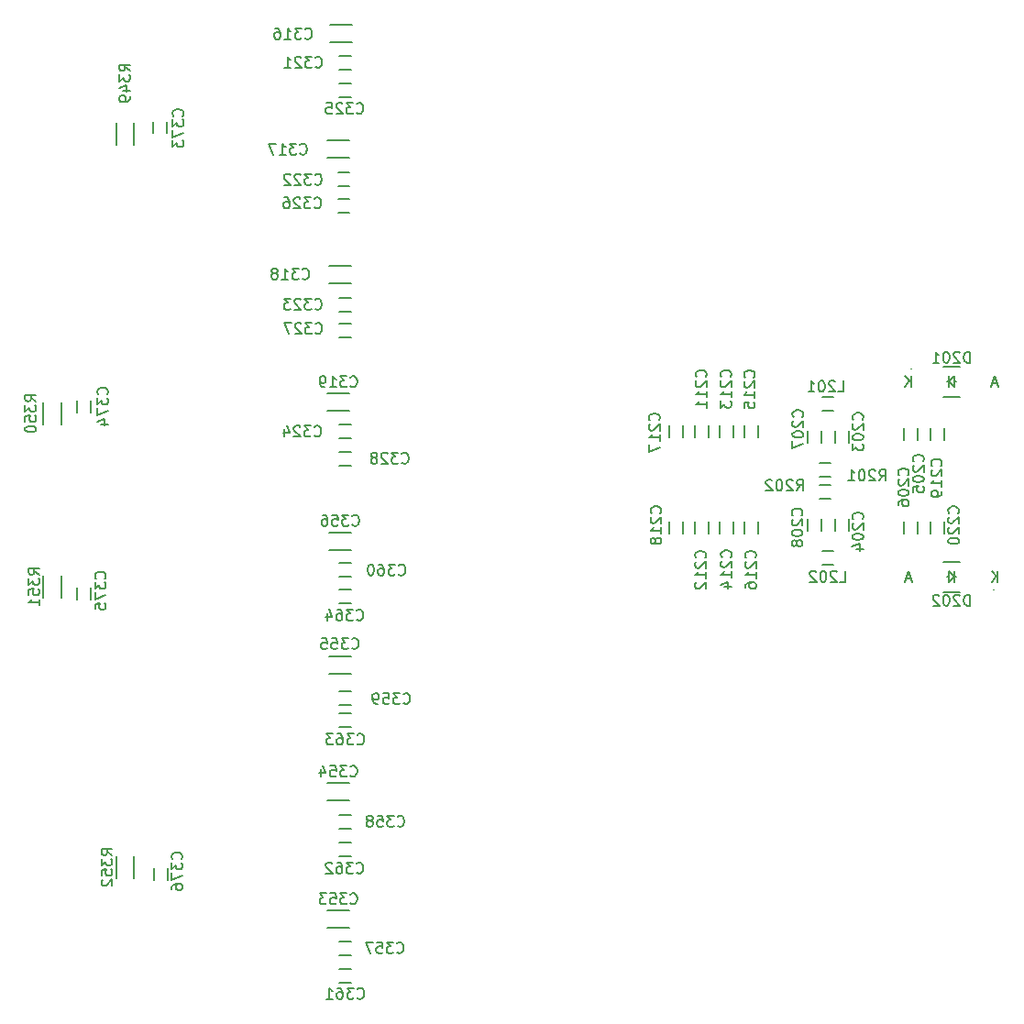
<source format=gbo>
G04 #@! TF.FileFunction,Legend,Bot*
%FSLAX46Y46*%
G04 Gerber Fmt 4.6, Leading zero omitted, Abs format (unit mm)*
G04 Created by KiCad (PCBNEW 4.0.1-stable) date 18/01/2016 20:35:10*
%MOMM*%
G01*
G04 APERTURE LIST*
%ADD10C,0.100000*%
%ADD11C,0.150000*%
G04 APERTURE END LIST*
D10*
D11*
X79070000Y50419000D02*
X79603400Y50419000D01*
X79070000Y50419000D02*
X78536600Y50419000D01*
X79070000Y51689000D02*
X79603400Y51689000D01*
X79070000Y51689000D02*
X78536600Y51689000D01*
X79070000Y53721000D02*
X78536600Y53721000D01*
X79070000Y53721000D02*
X79603400Y53721000D01*
X79070000Y52451000D02*
X78536600Y52451000D01*
X79070000Y52451000D02*
X79603400Y52451000D01*
X34747000Y65278000D02*
X35280400Y65278000D01*
X34747000Y65278000D02*
X34213600Y65278000D01*
X34747000Y66548000D02*
X35280400Y66548000D01*
X34747000Y66548000D02*
X34213600Y66548000D01*
X34620000Y76835000D02*
X35153400Y76835000D01*
X34620000Y76835000D02*
X34086600Y76835000D01*
X34620000Y78105000D02*
X35153400Y78105000D01*
X34620000Y78105000D02*
X34086600Y78105000D01*
X34747000Y87503000D02*
X35280400Y87503000D01*
X34747000Y87503000D02*
X34213600Y87503000D01*
X34747000Y88773000D02*
X35280400Y88773000D01*
X34747000Y88773000D02*
X34213600Y88773000D01*
X34747000Y67691000D02*
X35280400Y67691000D01*
X34747000Y67691000D02*
X34213600Y67691000D01*
X34747000Y68961000D02*
X35280400Y68961000D01*
X34747000Y68961000D02*
X34213600Y68961000D01*
X34620000Y79248000D02*
X35153400Y79248000D01*
X34620000Y79248000D02*
X34086600Y79248000D01*
X34620000Y80518000D02*
X35153400Y80518000D01*
X34620000Y80518000D02*
X34086600Y80518000D01*
X81229000Y56134000D02*
X81229000Y56667400D01*
X81229000Y56134000D02*
X81229000Y55600600D01*
X79959000Y56134000D02*
X79959000Y56667400D01*
X79959000Y56134000D02*
X79959000Y55600600D01*
X81229000Y48006000D02*
X81229000Y48539400D01*
X81229000Y48006000D02*
X81229000Y47472600D01*
X79959000Y48006000D02*
X79959000Y48539400D01*
X79959000Y48006000D02*
X79959000Y47472600D01*
X87579000Y56388000D02*
X87579000Y56921400D01*
X87579000Y56388000D02*
X87579000Y55854600D01*
X86309000Y56388000D02*
X86309000Y56921400D01*
X86309000Y56388000D02*
X86309000Y55854600D01*
X87579000Y47752000D02*
X87579000Y48285400D01*
X87579000Y47752000D02*
X87579000Y47218600D01*
X86309000Y47752000D02*
X86309000Y48285400D01*
X86309000Y47752000D02*
X86309000Y47218600D01*
X78689000Y56134000D02*
X78689000Y56667400D01*
X78689000Y56134000D02*
X78689000Y55600600D01*
X77419000Y56134000D02*
X77419000Y56667400D01*
X77419000Y56134000D02*
X77419000Y55600600D01*
X78689000Y48006000D02*
X78689000Y48539400D01*
X78689000Y48006000D02*
X78689000Y47472600D01*
X77419000Y48006000D02*
X77419000Y48539400D01*
X77419000Y48006000D02*
X77419000Y47472600D01*
X68275000Y56642000D02*
X68275000Y57175400D01*
X68275000Y56642000D02*
X68275000Y56108600D01*
X67005000Y56642000D02*
X67005000Y57175400D01*
X67005000Y56642000D02*
X67005000Y56108600D01*
X68275000Y47752000D02*
X68275000Y48285400D01*
X68275000Y47752000D02*
X68275000Y47218600D01*
X67005000Y47752000D02*
X67005000Y48285400D01*
X67005000Y47752000D02*
X67005000Y47218600D01*
X70561000Y56642000D02*
X70561000Y57175400D01*
X70561000Y56642000D02*
X70561000Y56108600D01*
X69291000Y56642000D02*
X69291000Y57175400D01*
X69291000Y56642000D02*
X69291000Y56108600D01*
X70561000Y47752000D02*
X70561000Y48285400D01*
X70561000Y47752000D02*
X70561000Y47218600D01*
X69291000Y47752000D02*
X69291000Y48285400D01*
X69291000Y47752000D02*
X69291000Y47218600D01*
X72847000Y56642000D02*
X72847000Y57175400D01*
X72847000Y56642000D02*
X72847000Y56108600D01*
X71577000Y56642000D02*
X71577000Y57175400D01*
X71577000Y56642000D02*
X71577000Y56108600D01*
X72847000Y47752000D02*
X72847000Y48285400D01*
X72847000Y47752000D02*
X72847000Y47218600D01*
X71577000Y47752000D02*
X71577000Y48285400D01*
X71577000Y47752000D02*
X71577000Y47218600D01*
X34747000Y90043000D02*
X35280400Y90043000D01*
X34747000Y90043000D02*
X34213600Y90043000D01*
X34747000Y91313000D02*
X35280400Y91313000D01*
X34747000Y91313000D02*
X34213600Y91313000D01*
X34747000Y56007000D02*
X35280400Y56007000D01*
X34747000Y56007000D02*
X34213600Y56007000D01*
X34747000Y57277000D02*
X35280400Y57277000D01*
X34747000Y57277000D02*
X34213600Y57277000D01*
X34747000Y53467000D02*
X35280400Y53467000D01*
X34747000Y53467000D02*
X34213600Y53467000D01*
X34747000Y54737000D02*
X35280400Y54737000D01*
X34747000Y54737000D02*
X34213600Y54737000D01*
X91054000Y61214000D02*
X91154000Y61214000D01*
X90454000Y61214000D02*
X90354000Y61214000D01*
X87009902Y62414000D02*
G75*
G03X87009902Y62414000I-55902J0D01*
G01*
X90504000Y61714000D02*
X90504000Y60714000D01*
X91004000Y61714000D02*
X90504000Y61214000D01*
X91004000Y61714000D02*
X91004000Y60714000D01*
X91004000Y60714000D02*
X90504000Y61214000D01*
X90754000Y59814000D02*
X91554000Y59814000D01*
X90754000Y59814000D02*
X89954000Y59814000D01*
X90754000Y62614000D02*
X89954000Y62614000D01*
X90754000Y62614000D02*
X91554000Y62614000D01*
X90454000Y43180000D02*
X90354000Y43180000D01*
X91054000Y43180000D02*
X91154000Y43180000D01*
X94609902Y41980000D02*
G75*
G03X94609902Y41980000I-55902J0D01*
G01*
X91004000Y42680000D02*
X91004000Y43680000D01*
X90504000Y42680000D02*
X91004000Y43180000D01*
X90504000Y42680000D02*
X90504000Y43680000D01*
X90504000Y43680000D02*
X91004000Y43180000D01*
X90754000Y44580000D02*
X89954000Y44580000D01*
X90754000Y44580000D02*
X91554000Y44580000D01*
X90754000Y41780000D02*
X91554000Y41780000D01*
X90754000Y41780000D02*
X89954000Y41780000D01*
X79324000Y58547000D02*
X79857400Y58547000D01*
X79324000Y58547000D02*
X78790600Y58547000D01*
X79324000Y59817000D02*
X79857400Y59817000D01*
X79324000Y59817000D02*
X78790600Y59817000D01*
X79324000Y44323000D02*
X79857400Y44323000D01*
X79324000Y44323000D02*
X78790600Y44323000D01*
X79324000Y45593000D02*
X79857400Y45593000D01*
X79324000Y45593000D02*
X78790600Y45593000D01*
X34366000Y92532200D02*
X35382000Y92532200D01*
X34366000Y92532200D02*
X33350000Y92532200D01*
X34366000Y94157800D02*
X33350000Y94157800D01*
X34366000Y94157800D02*
X35382000Y94157800D01*
X34112000Y81864200D02*
X35128000Y81864200D01*
X34112000Y81864200D02*
X33096000Y81864200D01*
X34112000Y83489800D02*
X33096000Y83489800D01*
X34112000Y83489800D02*
X35128000Y83489800D01*
X34239000Y70307200D02*
X35255000Y70307200D01*
X34239000Y70307200D02*
X33223000Y70307200D01*
X34239000Y71932800D02*
X33223000Y71932800D01*
X34239000Y71932800D02*
X35255000Y71932800D01*
X34112000Y58496200D02*
X35128000Y58496200D01*
X34112000Y58496200D02*
X33096000Y58496200D01*
X34112000Y60121800D02*
X33096000Y60121800D01*
X34112000Y60121800D02*
X35128000Y60121800D01*
X34112000Y10744200D02*
X35128000Y10744200D01*
X34112000Y10744200D02*
X33096000Y10744200D01*
X34112000Y12369800D02*
X33096000Y12369800D01*
X34112000Y12369800D02*
X35128000Y12369800D01*
X34112000Y22555200D02*
X35128000Y22555200D01*
X34112000Y22555200D02*
X33096000Y22555200D01*
X34112000Y24180800D02*
X33096000Y24180800D01*
X34112000Y24180800D02*
X35128000Y24180800D01*
X34239000Y34239200D02*
X35255000Y34239200D01*
X34239000Y34239200D02*
X33223000Y34239200D01*
X34239000Y35864800D02*
X33223000Y35864800D01*
X34239000Y35864800D02*
X35255000Y35864800D01*
X34239000Y45669200D02*
X35255000Y45669200D01*
X34239000Y45669200D02*
X33223000Y45669200D01*
X34239000Y47294800D02*
X33223000Y47294800D01*
X34239000Y47294800D02*
X35255000Y47294800D01*
X34747000Y8255000D02*
X35280400Y8255000D01*
X34747000Y8255000D02*
X34213600Y8255000D01*
X34747000Y9525000D02*
X35280400Y9525000D01*
X34747000Y9525000D02*
X34213600Y9525000D01*
X34747000Y19939000D02*
X35280400Y19939000D01*
X34747000Y19939000D02*
X34213600Y19939000D01*
X34747000Y21209000D02*
X35280400Y21209000D01*
X34747000Y21209000D02*
X34213600Y21209000D01*
X34747000Y31369000D02*
X35280400Y31369000D01*
X34747000Y31369000D02*
X34213600Y31369000D01*
X34747000Y32639000D02*
X35280400Y32639000D01*
X34747000Y32639000D02*
X34213600Y32639000D01*
X34747000Y43180000D02*
X35280400Y43180000D01*
X34747000Y43180000D02*
X34213600Y43180000D01*
X34747000Y44450000D02*
X35280400Y44450000D01*
X34747000Y44450000D02*
X34213600Y44450000D01*
X34747000Y5715000D02*
X35280400Y5715000D01*
X34747000Y5715000D02*
X34213600Y5715000D01*
X34747000Y6985000D02*
X35280400Y6985000D01*
X34747000Y6985000D02*
X34213600Y6985000D01*
X34747000Y17399000D02*
X35280400Y17399000D01*
X34747000Y17399000D02*
X34213600Y17399000D01*
X34747000Y18669000D02*
X35280400Y18669000D01*
X34747000Y18669000D02*
X34213600Y18669000D01*
X34747000Y29337000D02*
X35280400Y29337000D01*
X34747000Y29337000D02*
X34213600Y29337000D01*
X34747000Y30607000D02*
X35280400Y30607000D01*
X34747000Y30607000D02*
X34213600Y30607000D01*
X34747000Y40767000D02*
X35280400Y40767000D01*
X34747000Y40767000D02*
X34213600Y40767000D01*
X34747000Y42037000D02*
X35280400Y42037000D01*
X34747000Y42037000D02*
X34213600Y42037000D01*
X18237000Y84709000D02*
X18237000Y85242400D01*
X18237000Y84709000D02*
X18237000Y84175600D01*
X16967000Y84709000D02*
X16967000Y85242400D01*
X16967000Y84709000D02*
X16967000Y84175600D01*
X11252000Y58928000D02*
X11252000Y59461400D01*
X11252000Y58928000D02*
X11252000Y58394600D01*
X9982000Y58928000D02*
X9982000Y59461400D01*
X9982000Y58928000D02*
X9982000Y58394600D01*
X9982000Y41656000D02*
X9982000Y41122600D01*
X9982000Y41656000D02*
X9982000Y42189400D01*
X11252000Y41656000D02*
X11252000Y41122600D01*
X11252000Y41656000D02*
X11252000Y42189400D01*
X17094000Y15748000D02*
X17094000Y15214600D01*
X17094000Y15748000D02*
X17094000Y16281400D01*
X18364000Y15748000D02*
X18364000Y15214600D01*
X18364000Y15748000D02*
X18364000Y16281400D01*
X13614200Y84074000D02*
X13614200Y83058000D01*
X13614200Y84074000D02*
X13614200Y85090000D01*
X15239800Y84074000D02*
X15239800Y85090000D01*
X15239800Y84074000D02*
X15239800Y83058000D01*
X6883200Y58293000D02*
X6883200Y57277000D01*
X6883200Y58293000D02*
X6883200Y59309000D01*
X8508800Y58293000D02*
X8508800Y59309000D01*
X8508800Y58293000D02*
X8508800Y57277000D01*
X8508800Y42291000D02*
X8508800Y43307000D01*
X8508800Y42291000D02*
X8508800Y41275000D01*
X6883200Y42291000D02*
X6883200Y41275000D01*
X6883200Y42291000D02*
X6883200Y43307000D01*
X15239800Y16383000D02*
X15239800Y17399000D01*
X15239800Y16383000D02*
X15239800Y15367000D01*
X13614200Y16383000D02*
X13614200Y15367000D01*
X13614200Y16383000D02*
X13614200Y17399000D01*
X65913000Y56642000D02*
X65913000Y57175400D01*
X65913000Y56642000D02*
X65913000Y56108600D01*
X64643000Y56642000D02*
X64643000Y57175400D01*
X64643000Y56642000D02*
X64643000Y56108600D01*
X65913000Y47752000D02*
X65913000Y48285400D01*
X65913000Y47752000D02*
X65913000Y47218600D01*
X64643000Y47752000D02*
X64643000Y48285400D01*
X64643000Y47752000D02*
X64643000Y47218600D01*
X90043000Y56388000D02*
X90043000Y56921400D01*
X90043000Y56388000D02*
X90043000Y55854600D01*
X88773000Y56388000D02*
X88773000Y56921400D01*
X88773000Y56388000D02*
X88773000Y55854600D01*
X90043000Y47752000D02*
X90043000Y48285400D01*
X90043000Y47752000D02*
X90043000Y47218600D01*
X88773000Y47752000D02*
X88773000Y48285400D01*
X88773000Y47752000D02*
X88773000Y47218600D01*
X76455447Y51160419D02*
X76788781Y51636610D01*
X77026876Y51160419D02*
X77026876Y52160419D01*
X76645923Y52160419D01*
X76550685Y52112800D01*
X76503066Y52065181D01*
X76455447Y51969943D01*
X76455447Y51827086D01*
X76503066Y51731848D01*
X76550685Y51684229D01*
X76645923Y51636610D01*
X77026876Y51636610D01*
X76074495Y52065181D02*
X76026876Y52112800D01*
X75931638Y52160419D01*
X75693542Y52160419D01*
X75598304Y52112800D01*
X75550685Y52065181D01*
X75503066Y51969943D01*
X75503066Y51874705D01*
X75550685Y51731848D01*
X76122114Y51160419D01*
X75503066Y51160419D01*
X74884019Y52160419D02*
X74788780Y52160419D01*
X74693542Y52112800D01*
X74645923Y52065181D01*
X74598304Y51969943D01*
X74550685Y51779467D01*
X74550685Y51541371D01*
X74598304Y51350895D01*
X74645923Y51255657D01*
X74693542Y51208038D01*
X74788780Y51160419D01*
X74884019Y51160419D01*
X74979257Y51208038D01*
X75026876Y51255657D01*
X75074495Y51350895D01*
X75122114Y51541371D01*
X75122114Y51779467D01*
X75074495Y51969943D01*
X75026876Y52065181D01*
X74979257Y52112800D01*
X74884019Y52160419D01*
X74169733Y52065181D02*
X74122114Y52112800D01*
X74026876Y52160419D01*
X73788780Y52160419D01*
X73693542Y52112800D01*
X73645923Y52065181D01*
X73598304Y51969943D01*
X73598304Y51874705D01*
X73645923Y51731848D01*
X74217352Y51160419D01*
X73598304Y51160419D01*
X84075447Y52074819D02*
X84408781Y52551010D01*
X84646876Y52074819D02*
X84646876Y53074819D01*
X84265923Y53074819D01*
X84170685Y53027200D01*
X84123066Y52979581D01*
X84075447Y52884343D01*
X84075447Y52741486D01*
X84123066Y52646248D01*
X84170685Y52598629D01*
X84265923Y52551010D01*
X84646876Y52551010D01*
X83694495Y52979581D02*
X83646876Y53027200D01*
X83551638Y53074819D01*
X83313542Y53074819D01*
X83218304Y53027200D01*
X83170685Y52979581D01*
X83123066Y52884343D01*
X83123066Y52789105D01*
X83170685Y52646248D01*
X83742114Y52074819D01*
X83123066Y52074819D01*
X82504019Y53074819D02*
X82408780Y53074819D01*
X82313542Y53027200D01*
X82265923Y52979581D01*
X82218304Y52884343D01*
X82170685Y52693867D01*
X82170685Y52455771D01*
X82218304Y52265295D01*
X82265923Y52170057D01*
X82313542Y52122438D01*
X82408780Y52074819D01*
X82504019Y52074819D01*
X82599257Y52122438D01*
X82646876Y52170057D01*
X82694495Y52265295D01*
X82742114Y52455771D01*
X82742114Y52693867D01*
X82694495Y52884343D01*
X82646876Y52979581D01*
X82599257Y53027200D01*
X82504019Y53074819D01*
X81218304Y52074819D02*
X81789733Y52074819D01*
X81504019Y52074819D02*
X81504019Y53074819D01*
X81599257Y52931962D01*
X81694495Y52836724D01*
X81789733Y52789105D01*
X32005447Y65733657D02*
X32053066Y65686038D01*
X32195923Y65638419D01*
X32291161Y65638419D01*
X32434019Y65686038D01*
X32529257Y65781276D01*
X32576876Y65876514D01*
X32624495Y66066990D01*
X32624495Y66209848D01*
X32576876Y66400324D01*
X32529257Y66495562D01*
X32434019Y66590800D01*
X32291161Y66638419D01*
X32195923Y66638419D01*
X32053066Y66590800D01*
X32005447Y66543181D01*
X31672114Y66638419D02*
X31053066Y66638419D01*
X31386400Y66257467D01*
X31243542Y66257467D01*
X31148304Y66209848D01*
X31100685Y66162229D01*
X31053066Y66066990D01*
X31053066Y65828895D01*
X31100685Y65733657D01*
X31148304Y65686038D01*
X31243542Y65638419D01*
X31529257Y65638419D01*
X31624495Y65686038D01*
X31672114Y65733657D01*
X30672114Y66543181D02*
X30624495Y66590800D01*
X30529257Y66638419D01*
X30291161Y66638419D01*
X30195923Y66590800D01*
X30148304Y66543181D01*
X30100685Y66447943D01*
X30100685Y66352705D01*
X30148304Y66209848D01*
X30719733Y65638419D01*
X30100685Y65638419D01*
X29767352Y66638419D02*
X29100685Y66638419D01*
X29529257Y65638419D01*
X31903847Y77316057D02*
X31951466Y77268438D01*
X32094323Y77220819D01*
X32189561Y77220819D01*
X32332419Y77268438D01*
X32427657Y77363676D01*
X32475276Y77458914D01*
X32522895Y77649390D01*
X32522895Y77792248D01*
X32475276Y77982724D01*
X32427657Y78077962D01*
X32332419Y78173200D01*
X32189561Y78220819D01*
X32094323Y78220819D01*
X31951466Y78173200D01*
X31903847Y78125581D01*
X31570514Y78220819D02*
X30951466Y78220819D01*
X31284800Y77839867D01*
X31141942Y77839867D01*
X31046704Y77792248D01*
X30999085Y77744629D01*
X30951466Y77649390D01*
X30951466Y77411295D01*
X30999085Y77316057D01*
X31046704Y77268438D01*
X31141942Y77220819D01*
X31427657Y77220819D01*
X31522895Y77268438D01*
X31570514Y77316057D01*
X30570514Y78125581D02*
X30522895Y78173200D01*
X30427657Y78220819D01*
X30189561Y78220819D01*
X30094323Y78173200D01*
X30046704Y78125581D01*
X29999085Y78030343D01*
X29999085Y77935105D01*
X30046704Y77792248D01*
X30618133Y77220819D01*
X29999085Y77220819D01*
X29141942Y78220819D02*
X29332419Y78220819D01*
X29427657Y78173200D01*
X29475276Y78125581D01*
X29570514Y77982724D01*
X29618133Y77792248D01*
X29618133Y77411295D01*
X29570514Y77316057D01*
X29522895Y77268438D01*
X29427657Y77220819D01*
X29237180Y77220819D01*
X29141942Y77268438D01*
X29094323Y77316057D01*
X29046704Y77411295D01*
X29046704Y77649390D01*
X29094323Y77744629D01*
X29141942Y77792248D01*
X29237180Y77839867D01*
X29427657Y77839867D01*
X29522895Y77792248D01*
X29570514Y77744629D01*
X29618133Y77649390D01*
X35815447Y86053657D02*
X35863066Y86006038D01*
X36005923Y85958419D01*
X36101161Y85958419D01*
X36244019Y86006038D01*
X36339257Y86101276D01*
X36386876Y86196514D01*
X36434495Y86386990D01*
X36434495Y86529848D01*
X36386876Y86720324D01*
X36339257Y86815562D01*
X36244019Y86910800D01*
X36101161Y86958419D01*
X36005923Y86958419D01*
X35863066Y86910800D01*
X35815447Y86863181D01*
X35482114Y86958419D02*
X34863066Y86958419D01*
X35196400Y86577467D01*
X35053542Y86577467D01*
X34958304Y86529848D01*
X34910685Y86482229D01*
X34863066Y86386990D01*
X34863066Y86148895D01*
X34910685Y86053657D01*
X34958304Y86006038D01*
X35053542Y85958419D01*
X35339257Y85958419D01*
X35434495Y86006038D01*
X35482114Y86053657D01*
X34482114Y86863181D02*
X34434495Y86910800D01*
X34339257Y86958419D01*
X34101161Y86958419D01*
X34005923Y86910800D01*
X33958304Y86863181D01*
X33910685Y86767943D01*
X33910685Y86672705D01*
X33958304Y86529848D01*
X34529733Y85958419D01*
X33910685Y85958419D01*
X33005923Y86958419D02*
X33482114Y86958419D01*
X33529733Y86482229D01*
X33482114Y86529848D01*
X33386876Y86577467D01*
X33148780Y86577467D01*
X33053542Y86529848D01*
X33005923Y86482229D01*
X32958304Y86386990D01*
X32958304Y86148895D01*
X33005923Y86053657D01*
X33053542Y86006038D01*
X33148780Y85958419D01*
X33386876Y85958419D01*
X33482114Y86006038D01*
X33529733Y86053657D01*
X31954647Y67968857D02*
X32002266Y67921238D01*
X32145123Y67873619D01*
X32240361Y67873619D01*
X32383219Y67921238D01*
X32478457Y68016476D01*
X32526076Y68111714D01*
X32573695Y68302190D01*
X32573695Y68445048D01*
X32526076Y68635524D01*
X32478457Y68730762D01*
X32383219Y68826000D01*
X32240361Y68873619D01*
X32145123Y68873619D01*
X32002266Y68826000D01*
X31954647Y68778381D01*
X31621314Y68873619D02*
X31002266Y68873619D01*
X31335600Y68492667D01*
X31192742Y68492667D01*
X31097504Y68445048D01*
X31049885Y68397429D01*
X31002266Y68302190D01*
X31002266Y68064095D01*
X31049885Y67968857D01*
X31097504Y67921238D01*
X31192742Y67873619D01*
X31478457Y67873619D01*
X31573695Y67921238D01*
X31621314Y67968857D01*
X30621314Y68778381D02*
X30573695Y68826000D01*
X30478457Y68873619D01*
X30240361Y68873619D01*
X30145123Y68826000D01*
X30097504Y68778381D01*
X30049885Y68683143D01*
X30049885Y68587905D01*
X30097504Y68445048D01*
X30668933Y67873619D01*
X30049885Y67873619D01*
X29716552Y68873619D02*
X29097504Y68873619D01*
X29430838Y68492667D01*
X29287980Y68492667D01*
X29192742Y68445048D01*
X29145123Y68397429D01*
X29097504Y68302190D01*
X29097504Y68064095D01*
X29145123Y67968857D01*
X29192742Y67921238D01*
X29287980Y67873619D01*
X29573695Y67873619D01*
X29668933Y67921238D01*
X29716552Y67968857D01*
X31954647Y79500457D02*
X32002266Y79452838D01*
X32145123Y79405219D01*
X32240361Y79405219D01*
X32383219Y79452838D01*
X32478457Y79548076D01*
X32526076Y79643314D01*
X32573695Y79833790D01*
X32573695Y79976648D01*
X32526076Y80167124D01*
X32478457Y80262362D01*
X32383219Y80357600D01*
X32240361Y80405219D01*
X32145123Y80405219D01*
X32002266Y80357600D01*
X31954647Y80309981D01*
X31621314Y80405219D02*
X31002266Y80405219D01*
X31335600Y80024267D01*
X31192742Y80024267D01*
X31097504Y79976648D01*
X31049885Y79929029D01*
X31002266Y79833790D01*
X31002266Y79595695D01*
X31049885Y79500457D01*
X31097504Y79452838D01*
X31192742Y79405219D01*
X31478457Y79405219D01*
X31573695Y79452838D01*
X31621314Y79500457D01*
X30621314Y80309981D02*
X30573695Y80357600D01*
X30478457Y80405219D01*
X30240361Y80405219D01*
X30145123Y80357600D01*
X30097504Y80309981D01*
X30049885Y80214743D01*
X30049885Y80119505D01*
X30097504Y79976648D01*
X30668933Y79405219D01*
X30049885Y79405219D01*
X29668933Y80309981D02*
X29621314Y80357600D01*
X29526076Y80405219D01*
X29287980Y80405219D01*
X29192742Y80357600D01*
X29145123Y80309981D01*
X29097504Y80214743D01*
X29097504Y80119505D01*
X29145123Y79976648D01*
X29716552Y79405219D01*
X29097504Y79405219D01*
X82500743Y57710247D02*
X82548362Y57757866D01*
X82595981Y57900723D01*
X82595981Y57995961D01*
X82548362Y58138819D01*
X82453124Y58234057D01*
X82357886Y58281676D01*
X82167410Y58329295D01*
X82024552Y58329295D01*
X81834076Y58281676D01*
X81738838Y58234057D01*
X81643600Y58138819D01*
X81595981Y57995961D01*
X81595981Y57900723D01*
X81643600Y57757866D01*
X81691219Y57710247D01*
X81691219Y57329295D02*
X81643600Y57281676D01*
X81595981Y57186438D01*
X81595981Y56948342D01*
X81643600Y56853104D01*
X81691219Y56805485D01*
X81786457Y56757866D01*
X81881695Y56757866D01*
X82024552Y56805485D01*
X82595981Y57376914D01*
X82595981Y56757866D01*
X81595981Y56138819D02*
X81595981Y56043580D01*
X81643600Y55948342D01*
X81691219Y55900723D01*
X81786457Y55853104D01*
X81976933Y55805485D01*
X82215029Y55805485D01*
X82405505Y55853104D01*
X82500743Y55900723D01*
X82548362Y55948342D01*
X82595981Y56043580D01*
X82595981Y56138819D01*
X82548362Y56234057D01*
X82500743Y56281676D01*
X82405505Y56329295D01*
X82215029Y56376914D01*
X81976933Y56376914D01*
X81786457Y56329295D01*
X81691219Y56281676D01*
X81643600Y56234057D01*
X81595981Y56138819D01*
X81595981Y55472152D02*
X81595981Y54853104D01*
X81976933Y55186438D01*
X81976933Y55043580D01*
X82024552Y54948342D01*
X82072171Y54900723D01*
X82167410Y54853104D01*
X82405505Y54853104D01*
X82500743Y54900723D01*
X82548362Y54948342D01*
X82595981Y55043580D01*
X82595981Y55329295D01*
X82548362Y55424533D01*
X82500743Y55472152D01*
X82500743Y48515447D02*
X82548362Y48563066D01*
X82595981Y48705923D01*
X82595981Y48801161D01*
X82548362Y48944019D01*
X82453124Y49039257D01*
X82357886Y49086876D01*
X82167410Y49134495D01*
X82024552Y49134495D01*
X81834076Y49086876D01*
X81738838Y49039257D01*
X81643600Y48944019D01*
X81595981Y48801161D01*
X81595981Y48705923D01*
X81643600Y48563066D01*
X81691219Y48515447D01*
X81691219Y48134495D02*
X81643600Y48086876D01*
X81595981Y47991638D01*
X81595981Y47753542D01*
X81643600Y47658304D01*
X81691219Y47610685D01*
X81786457Y47563066D01*
X81881695Y47563066D01*
X82024552Y47610685D01*
X82595981Y48182114D01*
X82595981Y47563066D01*
X81595981Y46944019D02*
X81595981Y46848780D01*
X81643600Y46753542D01*
X81691219Y46705923D01*
X81786457Y46658304D01*
X81976933Y46610685D01*
X82215029Y46610685D01*
X82405505Y46658304D01*
X82500743Y46705923D01*
X82548362Y46753542D01*
X82595981Y46848780D01*
X82595981Y46944019D01*
X82548362Y47039257D01*
X82500743Y47086876D01*
X82405505Y47134495D01*
X82215029Y47182114D01*
X81976933Y47182114D01*
X81786457Y47134495D01*
X81691219Y47086876D01*
X81643600Y47039257D01*
X81595981Y46944019D01*
X81929314Y45753542D02*
X82595981Y45753542D01*
X81548362Y45991638D02*
X82262648Y46229733D01*
X82262648Y45610685D01*
X88088743Y53849447D02*
X88136362Y53897066D01*
X88183981Y54039923D01*
X88183981Y54135161D01*
X88136362Y54278019D01*
X88041124Y54373257D01*
X87945886Y54420876D01*
X87755410Y54468495D01*
X87612552Y54468495D01*
X87422076Y54420876D01*
X87326838Y54373257D01*
X87231600Y54278019D01*
X87183981Y54135161D01*
X87183981Y54039923D01*
X87231600Y53897066D01*
X87279219Y53849447D01*
X87279219Y53468495D02*
X87231600Y53420876D01*
X87183981Y53325638D01*
X87183981Y53087542D01*
X87231600Y52992304D01*
X87279219Y52944685D01*
X87374457Y52897066D01*
X87469695Y52897066D01*
X87612552Y52944685D01*
X88183981Y53516114D01*
X88183981Y52897066D01*
X87183981Y52278019D02*
X87183981Y52182780D01*
X87231600Y52087542D01*
X87279219Y52039923D01*
X87374457Y51992304D01*
X87564933Y51944685D01*
X87803029Y51944685D01*
X87993505Y51992304D01*
X88088743Y52039923D01*
X88136362Y52087542D01*
X88183981Y52182780D01*
X88183981Y52278019D01*
X88136362Y52373257D01*
X88088743Y52420876D01*
X87993505Y52468495D01*
X87803029Y52516114D01*
X87564933Y52516114D01*
X87374457Y52468495D01*
X87279219Y52420876D01*
X87231600Y52373257D01*
X87183981Y52278019D01*
X87183981Y51039923D02*
X87183981Y51516114D01*
X87660171Y51563733D01*
X87612552Y51516114D01*
X87564933Y51420876D01*
X87564933Y51182780D01*
X87612552Y51087542D01*
X87660171Y51039923D01*
X87755410Y50992304D01*
X87993505Y50992304D01*
X88088743Y51039923D01*
X88136362Y51087542D01*
X88183981Y51182780D01*
X88183981Y51420876D01*
X88136362Y51516114D01*
X88088743Y51563733D01*
X86717143Y52579447D02*
X86764762Y52627066D01*
X86812381Y52769923D01*
X86812381Y52865161D01*
X86764762Y53008019D01*
X86669524Y53103257D01*
X86574286Y53150876D01*
X86383810Y53198495D01*
X86240952Y53198495D01*
X86050476Y53150876D01*
X85955238Y53103257D01*
X85860000Y53008019D01*
X85812381Y52865161D01*
X85812381Y52769923D01*
X85860000Y52627066D01*
X85907619Y52579447D01*
X85907619Y52198495D02*
X85860000Y52150876D01*
X85812381Y52055638D01*
X85812381Y51817542D01*
X85860000Y51722304D01*
X85907619Y51674685D01*
X86002857Y51627066D01*
X86098095Y51627066D01*
X86240952Y51674685D01*
X86812381Y52246114D01*
X86812381Y51627066D01*
X85812381Y51008019D02*
X85812381Y50912780D01*
X85860000Y50817542D01*
X85907619Y50769923D01*
X86002857Y50722304D01*
X86193333Y50674685D01*
X86431429Y50674685D01*
X86621905Y50722304D01*
X86717143Y50769923D01*
X86764762Y50817542D01*
X86812381Y50912780D01*
X86812381Y51008019D01*
X86764762Y51103257D01*
X86717143Y51150876D01*
X86621905Y51198495D01*
X86431429Y51246114D01*
X86193333Y51246114D01*
X86002857Y51198495D01*
X85907619Y51150876D01*
X85860000Y51103257D01*
X85812381Y51008019D01*
X85812381Y49817542D02*
X85812381Y50008019D01*
X85860000Y50103257D01*
X85907619Y50150876D01*
X86050476Y50246114D01*
X86240952Y50293733D01*
X86621905Y50293733D01*
X86717143Y50246114D01*
X86764762Y50198495D01*
X86812381Y50103257D01*
X86812381Y49912780D01*
X86764762Y49817542D01*
X86717143Y49769923D01*
X86621905Y49722304D01*
X86383810Y49722304D01*
X86288571Y49769923D01*
X86240952Y49817542D01*
X86193333Y49912780D01*
X86193333Y50103257D01*
X86240952Y50198495D01*
X86288571Y50246114D01*
X86383810Y50293733D01*
X76963543Y57964247D02*
X77011162Y58011866D01*
X77058781Y58154723D01*
X77058781Y58249961D01*
X77011162Y58392819D01*
X76915924Y58488057D01*
X76820686Y58535676D01*
X76630210Y58583295D01*
X76487352Y58583295D01*
X76296876Y58535676D01*
X76201638Y58488057D01*
X76106400Y58392819D01*
X76058781Y58249961D01*
X76058781Y58154723D01*
X76106400Y58011866D01*
X76154019Y57964247D01*
X76154019Y57583295D02*
X76106400Y57535676D01*
X76058781Y57440438D01*
X76058781Y57202342D01*
X76106400Y57107104D01*
X76154019Y57059485D01*
X76249257Y57011866D01*
X76344495Y57011866D01*
X76487352Y57059485D01*
X77058781Y57630914D01*
X77058781Y57011866D01*
X76058781Y56392819D02*
X76058781Y56297580D01*
X76106400Y56202342D01*
X76154019Y56154723D01*
X76249257Y56107104D01*
X76439733Y56059485D01*
X76677829Y56059485D01*
X76868305Y56107104D01*
X76963543Y56154723D01*
X77011162Y56202342D01*
X77058781Y56297580D01*
X77058781Y56392819D01*
X77011162Y56488057D01*
X76963543Y56535676D01*
X76868305Y56583295D01*
X76677829Y56630914D01*
X76439733Y56630914D01*
X76249257Y56583295D01*
X76154019Y56535676D01*
X76106400Y56488057D01*
X76058781Y56392819D01*
X76058781Y55726152D02*
X76058781Y55059485D01*
X77058781Y55488057D01*
X76887143Y48871047D02*
X76934762Y48918666D01*
X76982381Y49061523D01*
X76982381Y49156761D01*
X76934762Y49299619D01*
X76839524Y49394857D01*
X76744286Y49442476D01*
X76553810Y49490095D01*
X76410952Y49490095D01*
X76220476Y49442476D01*
X76125238Y49394857D01*
X76030000Y49299619D01*
X75982381Y49156761D01*
X75982381Y49061523D01*
X76030000Y48918666D01*
X76077619Y48871047D01*
X76077619Y48490095D02*
X76030000Y48442476D01*
X75982381Y48347238D01*
X75982381Y48109142D01*
X76030000Y48013904D01*
X76077619Y47966285D01*
X76172857Y47918666D01*
X76268095Y47918666D01*
X76410952Y47966285D01*
X76982381Y48537714D01*
X76982381Y47918666D01*
X75982381Y47299619D02*
X75982381Y47204380D01*
X76030000Y47109142D01*
X76077619Y47061523D01*
X76172857Y47013904D01*
X76363333Y46966285D01*
X76601429Y46966285D01*
X76791905Y47013904D01*
X76887143Y47061523D01*
X76934762Y47109142D01*
X76982381Y47204380D01*
X76982381Y47299619D01*
X76934762Y47394857D01*
X76887143Y47442476D01*
X76791905Y47490095D01*
X76601429Y47537714D01*
X76363333Y47537714D01*
X76172857Y47490095D01*
X76077619Y47442476D01*
X76030000Y47394857D01*
X75982381Y47299619D01*
X76410952Y46394857D02*
X76363333Y46490095D01*
X76315714Y46537714D01*
X76220476Y46585333D01*
X76172857Y46585333D01*
X76077619Y46537714D01*
X76030000Y46490095D01*
X75982381Y46394857D01*
X75982381Y46204380D01*
X76030000Y46109142D01*
X76077619Y46061523D01*
X76172857Y46013904D01*
X76220476Y46013904D01*
X76315714Y46061523D01*
X76363333Y46109142D01*
X76410952Y46204380D01*
X76410952Y46394857D01*
X76458571Y46490095D01*
X76506190Y46537714D01*
X76601429Y46585333D01*
X76791905Y46585333D01*
X76887143Y46537714D01*
X76934762Y46490095D01*
X76982381Y46394857D01*
X76982381Y46204380D01*
X76934762Y46109142D01*
X76887143Y46061523D01*
X76791905Y46013904D01*
X76601429Y46013904D01*
X76506190Y46061523D01*
X76458571Y46109142D01*
X76410952Y46204380D01*
X68022743Y61672647D02*
X68070362Y61720266D01*
X68117981Y61863123D01*
X68117981Y61958361D01*
X68070362Y62101219D01*
X67975124Y62196457D01*
X67879886Y62244076D01*
X67689410Y62291695D01*
X67546552Y62291695D01*
X67356076Y62244076D01*
X67260838Y62196457D01*
X67165600Y62101219D01*
X67117981Y61958361D01*
X67117981Y61863123D01*
X67165600Y61720266D01*
X67213219Y61672647D01*
X67213219Y61291695D02*
X67165600Y61244076D01*
X67117981Y61148838D01*
X67117981Y60910742D01*
X67165600Y60815504D01*
X67213219Y60767885D01*
X67308457Y60720266D01*
X67403695Y60720266D01*
X67546552Y60767885D01*
X68117981Y61339314D01*
X68117981Y60720266D01*
X68117981Y59767885D02*
X68117981Y60339314D01*
X68117981Y60053600D02*
X67117981Y60053600D01*
X67260838Y60148838D01*
X67356076Y60244076D01*
X67403695Y60339314D01*
X68117981Y58815504D02*
X68117981Y59386933D01*
X68117981Y59101219D02*
X67117981Y59101219D01*
X67260838Y59196457D01*
X67356076Y59291695D01*
X67403695Y59386933D01*
X67971943Y44959447D02*
X68019562Y45007066D01*
X68067181Y45149923D01*
X68067181Y45245161D01*
X68019562Y45388019D01*
X67924324Y45483257D01*
X67829086Y45530876D01*
X67638610Y45578495D01*
X67495752Y45578495D01*
X67305276Y45530876D01*
X67210038Y45483257D01*
X67114800Y45388019D01*
X67067181Y45245161D01*
X67067181Y45149923D01*
X67114800Y45007066D01*
X67162419Y44959447D01*
X67162419Y44578495D02*
X67114800Y44530876D01*
X67067181Y44435638D01*
X67067181Y44197542D01*
X67114800Y44102304D01*
X67162419Y44054685D01*
X67257657Y44007066D01*
X67352895Y44007066D01*
X67495752Y44054685D01*
X68067181Y44626114D01*
X68067181Y44007066D01*
X68067181Y43054685D02*
X68067181Y43626114D01*
X68067181Y43340400D02*
X67067181Y43340400D01*
X67210038Y43435638D01*
X67305276Y43530876D01*
X67352895Y43626114D01*
X67162419Y42673733D02*
X67114800Y42626114D01*
X67067181Y42530876D01*
X67067181Y42292780D01*
X67114800Y42197542D01*
X67162419Y42149923D01*
X67257657Y42102304D01*
X67352895Y42102304D01*
X67495752Y42149923D01*
X68067181Y42721352D01*
X68067181Y42102304D01*
X70308743Y61672647D02*
X70356362Y61720266D01*
X70403981Y61863123D01*
X70403981Y61958361D01*
X70356362Y62101219D01*
X70261124Y62196457D01*
X70165886Y62244076D01*
X69975410Y62291695D01*
X69832552Y62291695D01*
X69642076Y62244076D01*
X69546838Y62196457D01*
X69451600Y62101219D01*
X69403981Y61958361D01*
X69403981Y61863123D01*
X69451600Y61720266D01*
X69499219Y61672647D01*
X69499219Y61291695D02*
X69451600Y61244076D01*
X69403981Y61148838D01*
X69403981Y60910742D01*
X69451600Y60815504D01*
X69499219Y60767885D01*
X69594457Y60720266D01*
X69689695Y60720266D01*
X69832552Y60767885D01*
X70403981Y61339314D01*
X70403981Y60720266D01*
X70403981Y59767885D02*
X70403981Y60339314D01*
X70403981Y60053600D02*
X69403981Y60053600D01*
X69546838Y60148838D01*
X69642076Y60244076D01*
X69689695Y60339314D01*
X69403981Y59434552D02*
X69403981Y58815504D01*
X69784933Y59148838D01*
X69784933Y59005980D01*
X69832552Y58910742D01*
X69880171Y58863123D01*
X69975410Y58815504D01*
X70213505Y58815504D01*
X70308743Y58863123D01*
X70356362Y58910742D01*
X70403981Y59005980D01*
X70403981Y59291695D01*
X70356362Y59386933D01*
X70308743Y59434552D01*
X70359543Y45010247D02*
X70407162Y45057866D01*
X70454781Y45200723D01*
X70454781Y45295961D01*
X70407162Y45438819D01*
X70311924Y45534057D01*
X70216686Y45581676D01*
X70026210Y45629295D01*
X69883352Y45629295D01*
X69692876Y45581676D01*
X69597638Y45534057D01*
X69502400Y45438819D01*
X69454781Y45295961D01*
X69454781Y45200723D01*
X69502400Y45057866D01*
X69550019Y45010247D01*
X69550019Y44629295D02*
X69502400Y44581676D01*
X69454781Y44486438D01*
X69454781Y44248342D01*
X69502400Y44153104D01*
X69550019Y44105485D01*
X69645257Y44057866D01*
X69740495Y44057866D01*
X69883352Y44105485D01*
X70454781Y44676914D01*
X70454781Y44057866D01*
X70454781Y43105485D02*
X70454781Y43676914D01*
X70454781Y43391200D02*
X69454781Y43391200D01*
X69597638Y43486438D01*
X69692876Y43581676D01*
X69740495Y43676914D01*
X69788114Y42248342D02*
X70454781Y42248342D01*
X69407162Y42486438D02*
X70121448Y42724533D01*
X70121448Y42105485D01*
X72493143Y61621847D02*
X72540762Y61669466D01*
X72588381Y61812323D01*
X72588381Y61907561D01*
X72540762Y62050419D01*
X72445524Y62145657D01*
X72350286Y62193276D01*
X72159810Y62240895D01*
X72016952Y62240895D01*
X71826476Y62193276D01*
X71731238Y62145657D01*
X71636000Y62050419D01*
X71588381Y61907561D01*
X71588381Y61812323D01*
X71636000Y61669466D01*
X71683619Y61621847D01*
X71683619Y61240895D02*
X71636000Y61193276D01*
X71588381Y61098038D01*
X71588381Y60859942D01*
X71636000Y60764704D01*
X71683619Y60717085D01*
X71778857Y60669466D01*
X71874095Y60669466D01*
X72016952Y60717085D01*
X72588381Y61288514D01*
X72588381Y60669466D01*
X72588381Y59717085D02*
X72588381Y60288514D01*
X72588381Y60002800D02*
X71588381Y60002800D01*
X71731238Y60098038D01*
X71826476Y60193276D01*
X71874095Y60288514D01*
X71588381Y58812323D02*
X71588381Y59288514D01*
X72064571Y59336133D01*
X72016952Y59288514D01*
X71969333Y59193276D01*
X71969333Y58955180D01*
X72016952Y58859942D01*
X72064571Y58812323D01*
X72159810Y58764704D01*
X72397905Y58764704D01*
X72493143Y58812323D01*
X72540762Y58859942D01*
X72588381Y58955180D01*
X72588381Y59193276D01*
X72540762Y59288514D01*
X72493143Y59336133D01*
X72594743Y44959447D02*
X72642362Y45007066D01*
X72689981Y45149923D01*
X72689981Y45245161D01*
X72642362Y45388019D01*
X72547124Y45483257D01*
X72451886Y45530876D01*
X72261410Y45578495D01*
X72118552Y45578495D01*
X71928076Y45530876D01*
X71832838Y45483257D01*
X71737600Y45388019D01*
X71689981Y45245161D01*
X71689981Y45149923D01*
X71737600Y45007066D01*
X71785219Y44959447D01*
X71785219Y44578495D02*
X71737600Y44530876D01*
X71689981Y44435638D01*
X71689981Y44197542D01*
X71737600Y44102304D01*
X71785219Y44054685D01*
X71880457Y44007066D01*
X71975695Y44007066D01*
X72118552Y44054685D01*
X72689981Y44626114D01*
X72689981Y44007066D01*
X72689981Y43054685D02*
X72689981Y43626114D01*
X72689981Y43340400D02*
X71689981Y43340400D01*
X71832838Y43435638D01*
X71928076Y43530876D01*
X71975695Y43626114D01*
X71689981Y42197542D02*
X71689981Y42388019D01*
X71737600Y42483257D01*
X71785219Y42530876D01*
X71928076Y42626114D01*
X72118552Y42673733D01*
X72499505Y42673733D01*
X72594743Y42626114D01*
X72642362Y42578495D01*
X72689981Y42483257D01*
X72689981Y42292780D01*
X72642362Y42197542D01*
X72594743Y42149923D01*
X72499505Y42102304D01*
X72261410Y42102304D01*
X72166171Y42149923D01*
X72118552Y42197542D01*
X72070933Y42292780D01*
X72070933Y42483257D01*
X72118552Y42578495D01*
X72166171Y42626114D01*
X72261410Y42673733D01*
X32005447Y90320857D02*
X32053066Y90273238D01*
X32195923Y90225619D01*
X32291161Y90225619D01*
X32434019Y90273238D01*
X32529257Y90368476D01*
X32576876Y90463714D01*
X32624495Y90654190D01*
X32624495Y90797048D01*
X32576876Y90987524D01*
X32529257Y91082762D01*
X32434019Y91178000D01*
X32291161Y91225619D01*
X32195923Y91225619D01*
X32053066Y91178000D01*
X32005447Y91130381D01*
X31672114Y91225619D02*
X31053066Y91225619D01*
X31386400Y90844667D01*
X31243542Y90844667D01*
X31148304Y90797048D01*
X31100685Y90749429D01*
X31053066Y90654190D01*
X31053066Y90416095D01*
X31100685Y90320857D01*
X31148304Y90273238D01*
X31243542Y90225619D01*
X31529257Y90225619D01*
X31624495Y90273238D01*
X31672114Y90320857D01*
X30672114Y91130381D02*
X30624495Y91178000D01*
X30529257Y91225619D01*
X30291161Y91225619D01*
X30195923Y91178000D01*
X30148304Y91130381D01*
X30100685Y91035143D01*
X30100685Y90939905D01*
X30148304Y90797048D01*
X30719733Y90225619D01*
X30100685Y90225619D01*
X29148304Y90225619D02*
X29719733Y90225619D01*
X29434019Y90225619D02*
X29434019Y91225619D01*
X29529257Y91082762D01*
X29624495Y90987524D01*
X29719733Y90939905D01*
X31903847Y56234057D02*
X31951466Y56186438D01*
X32094323Y56138819D01*
X32189561Y56138819D01*
X32332419Y56186438D01*
X32427657Y56281676D01*
X32475276Y56376914D01*
X32522895Y56567390D01*
X32522895Y56710248D01*
X32475276Y56900724D01*
X32427657Y56995962D01*
X32332419Y57091200D01*
X32189561Y57138819D01*
X32094323Y57138819D01*
X31951466Y57091200D01*
X31903847Y57043581D01*
X31570514Y57138819D02*
X30951466Y57138819D01*
X31284800Y56757867D01*
X31141942Y56757867D01*
X31046704Y56710248D01*
X30999085Y56662629D01*
X30951466Y56567390D01*
X30951466Y56329295D01*
X30999085Y56234057D01*
X31046704Y56186438D01*
X31141942Y56138819D01*
X31427657Y56138819D01*
X31522895Y56186438D01*
X31570514Y56234057D01*
X30570514Y57043581D02*
X30522895Y57091200D01*
X30427657Y57138819D01*
X30189561Y57138819D01*
X30094323Y57091200D01*
X30046704Y57043581D01*
X29999085Y56948343D01*
X29999085Y56853105D01*
X30046704Y56710248D01*
X30618133Y56138819D01*
X29999085Y56138819D01*
X29141942Y56805486D02*
X29141942Y56138819D01*
X29380038Y57186438D02*
X29618133Y56472152D01*
X28999085Y56472152D01*
X39981047Y53744857D02*
X40028666Y53697238D01*
X40171523Y53649619D01*
X40266761Y53649619D01*
X40409619Y53697238D01*
X40504857Y53792476D01*
X40552476Y53887714D01*
X40600095Y54078190D01*
X40600095Y54221048D01*
X40552476Y54411524D01*
X40504857Y54506762D01*
X40409619Y54602000D01*
X40266761Y54649619D01*
X40171523Y54649619D01*
X40028666Y54602000D01*
X39981047Y54554381D01*
X39647714Y54649619D02*
X39028666Y54649619D01*
X39362000Y54268667D01*
X39219142Y54268667D01*
X39123904Y54221048D01*
X39076285Y54173429D01*
X39028666Y54078190D01*
X39028666Y53840095D01*
X39076285Y53744857D01*
X39123904Y53697238D01*
X39219142Y53649619D01*
X39504857Y53649619D01*
X39600095Y53697238D01*
X39647714Y53744857D01*
X38647714Y54554381D02*
X38600095Y54602000D01*
X38504857Y54649619D01*
X38266761Y54649619D01*
X38171523Y54602000D01*
X38123904Y54554381D01*
X38076285Y54459143D01*
X38076285Y54363905D01*
X38123904Y54221048D01*
X38695333Y53649619D01*
X38076285Y53649619D01*
X37504857Y54221048D02*
X37600095Y54268667D01*
X37647714Y54316286D01*
X37695333Y54411524D01*
X37695333Y54459143D01*
X37647714Y54554381D01*
X37600095Y54602000D01*
X37504857Y54649619D01*
X37314380Y54649619D01*
X37219142Y54602000D01*
X37171523Y54554381D01*
X37123904Y54459143D01*
X37123904Y54411524D01*
X37171523Y54316286D01*
X37219142Y54268667D01*
X37314380Y54221048D01*
X37504857Y54221048D01*
X37600095Y54173429D01*
X37647714Y54125810D01*
X37695333Y54030571D01*
X37695333Y53840095D01*
X37647714Y53744857D01*
X37600095Y53697238D01*
X37504857Y53649619D01*
X37314380Y53649619D01*
X37219142Y53697238D01*
X37171523Y53744857D01*
X37123904Y53840095D01*
X37123904Y54030571D01*
X37171523Y54125810D01*
X37219142Y54173429D01*
X37314380Y54221048D01*
X92444476Y62961619D02*
X92444476Y63961619D01*
X92206381Y63961619D01*
X92063523Y63914000D01*
X91968285Y63818762D01*
X91920666Y63723524D01*
X91873047Y63533048D01*
X91873047Y63390190D01*
X91920666Y63199714D01*
X91968285Y63104476D01*
X92063523Y63009238D01*
X92206381Y62961619D01*
X92444476Y62961619D01*
X91492095Y63866381D02*
X91444476Y63914000D01*
X91349238Y63961619D01*
X91111142Y63961619D01*
X91015904Y63914000D01*
X90968285Y63866381D01*
X90920666Y63771143D01*
X90920666Y63675905D01*
X90968285Y63533048D01*
X91539714Y62961619D01*
X90920666Y62961619D01*
X90301619Y63961619D02*
X90206380Y63961619D01*
X90111142Y63914000D01*
X90063523Y63866381D01*
X90015904Y63771143D01*
X89968285Y63580667D01*
X89968285Y63342571D01*
X90015904Y63152095D01*
X90063523Y63056857D01*
X90111142Y63009238D01*
X90206380Y62961619D01*
X90301619Y62961619D01*
X90396857Y63009238D01*
X90444476Y63056857D01*
X90492095Y63152095D01*
X90539714Y63342571D01*
X90539714Y63580667D01*
X90492095Y63771143D01*
X90444476Y63866381D01*
X90396857Y63914000D01*
X90301619Y63961619D01*
X89015904Y62961619D02*
X89587333Y62961619D01*
X89301619Y62961619D02*
X89301619Y63961619D01*
X89396857Y63818762D01*
X89492095Y63723524D01*
X89587333Y63675905D01*
X87015905Y60761619D02*
X87015905Y61761619D01*
X86444476Y60761619D02*
X86873048Y61333048D01*
X86444476Y61761619D02*
X87015905Y61190190D01*
X94992095Y61047333D02*
X94515904Y61047333D01*
X95087333Y60761619D02*
X94754000Y61761619D01*
X94420666Y60761619D01*
X92444476Y40527619D02*
X92444476Y41527619D01*
X92206381Y41527619D01*
X92063523Y41480000D01*
X91968285Y41384762D01*
X91920666Y41289524D01*
X91873047Y41099048D01*
X91873047Y40956190D01*
X91920666Y40765714D01*
X91968285Y40670476D01*
X92063523Y40575238D01*
X92206381Y40527619D01*
X92444476Y40527619D01*
X91492095Y41432381D02*
X91444476Y41480000D01*
X91349238Y41527619D01*
X91111142Y41527619D01*
X91015904Y41480000D01*
X90968285Y41432381D01*
X90920666Y41337143D01*
X90920666Y41241905D01*
X90968285Y41099048D01*
X91539714Y40527619D01*
X90920666Y40527619D01*
X90301619Y41527619D02*
X90206380Y41527619D01*
X90111142Y41480000D01*
X90063523Y41432381D01*
X90015904Y41337143D01*
X89968285Y41146667D01*
X89968285Y40908571D01*
X90015904Y40718095D01*
X90063523Y40622857D01*
X90111142Y40575238D01*
X90206380Y40527619D01*
X90301619Y40527619D01*
X90396857Y40575238D01*
X90444476Y40622857D01*
X90492095Y40718095D01*
X90539714Y40908571D01*
X90539714Y41146667D01*
X90492095Y41337143D01*
X90444476Y41432381D01*
X90396857Y41480000D01*
X90301619Y41527619D01*
X89587333Y41432381D02*
X89539714Y41480000D01*
X89444476Y41527619D01*
X89206380Y41527619D01*
X89111142Y41480000D01*
X89063523Y41432381D01*
X89015904Y41337143D01*
X89015904Y41241905D01*
X89063523Y41099048D01*
X89634952Y40527619D01*
X89015904Y40527619D01*
X95015905Y42727619D02*
X95015905Y43727619D01*
X94444476Y42727619D02*
X94873048Y43299048D01*
X94444476Y43727619D02*
X95015905Y43156190D01*
X86992095Y43013333D02*
X86515904Y43013333D01*
X87087333Y42727619D02*
X86754000Y43727619D01*
X86420666Y42727619D01*
X80265447Y60304419D02*
X80741638Y60304419D01*
X80741638Y61304419D01*
X79979733Y61209181D02*
X79932114Y61256800D01*
X79836876Y61304419D01*
X79598780Y61304419D01*
X79503542Y61256800D01*
X79455923Y61209181D01*
X79408304Y61113943D01*
X79408304Y61018705D01*
X79455923Y60875848D01*
X80027352Y60304419D01*
X79408304Y60304419D01*
X78789257Y61304419D02*
X78694018Y61304419D01*
X78598780Y61256800D01*
X78551161Y61209181D01*
X78503542Y61113943D01*
X78455923Y60923467D01*
X78455923Y60685371D01*
X78503542Y60494895D01*
X78551161Y60399657D01*
X78598780Y60352038D01*
X78694018Y60304419D01*
X78789257Y60304419D01*
X78884495Y60352038D01*
X78932114Y60399657D01*
X78979733Y60494895D01*
X79027352Y60685371D01*
X79027352Y60923467D01*
X78979733Y61113943D01*
X78932114Y61209181D01*
X78884495Y61256800D01*
X78789257Y61304419D01*
X77503542Y60304419D02*
X78074971Y60304419D01*
X77789257Y60304419D02*
X77789257Y61304419D01*
X77884495Y61161562D01*
X77979733Y61066324D01*
X78074971Y61018705D01*
X80417847Y42727619D02*
X80894038Y42727619D01*
X80894038Y43727619D01*
X80132133Y43632381D02*
X80084514Y43680000D01*
X79989276Y43727619D01*
X79751180Y43727619D01*
X79655942Y43680000D01*
X79608323Y43632381D01*
X79560704Y43537143D01*
X79560704Y43441905D01*
X79608323Y43299048D01*
X80179752Y42727619D01*
X79560704Y42727619D01*
X78941657Y43727619D02*
X78846418Y43727619D01*
X78751180Y43680000D01*
X78703561Y43632381D01*
X78655942Y43537143D01*
X78608323Y43346667D01*
X78608323Y43108571D01*
X78655942Y42918095D01*
X78703561Y42822857D01*
X78751180Y42775238D01*
X78846418Y42727619D01*
X78941657Y42727619D01*
X79036895Y42775238D01*
X79084514Y42822857D01*
X79132133Y42918095D01*
X79179752Y43108571D01*
X79179752Y43346667D01*
X79132133Y43537143D01*
X79084514Y43632381D01*
X79036895Y43680000D01*
X78941657Y43727619D01*
X78227371Y43632381D02*
X78179752Y43680000D01*
X78084514Y43727619D01*
X77846418Y43727619D01*
X77751180Y43680000D01*
X77703561Y43632381D01*
X77655942Y43537143D01*
X77655942Y43441905D01*
X77703561Y43299048D01*
X78274990Y42727619D01*
X77655942Y42727619D01*
X31040247Y92962457D02*
X31087866Y92914838D01*
X31230723Y92867219D01*
X31325961Y92867219D01*
X31468819Y92914838D01*
X31564057Y93010076D01*
X31611676Y93105314D01*
X31659295Y93295790D01*
X31659295Y93438648D01*
X31611676Y93629124D01*
X31564057Y93724362D01*
X31468819Y93819600D01*
X31325961Y93867219D01*
X31230723Y93867219D01*
X31087866Y93819600D01*
X31040247Y93771981D01*
X30706914Y93867219D02*
X30087866Y93867219D01*
X30421200Y93486267D01*
X30278342Y93486267D01*
X30183104Y93438648D01*
X30135485Y93391029D01*
X30087866Y93295790D01*
X30087866Y93057695D01*
X30135485Y92962457D01*
X30183104Y92914838D01*
X30278342Y92867219D01*
X30564057Y92867219D01*
X30659295Y92914838D01*
X30706914Y92962457D01*
X29135485Y92867219D02*
X29706914Y92867219D01*
X29421200Y92867219D02*
X29421200Y93867219D01*
X29516438Y93724362D01*
X29611676Y93629124D01*
X29706914Y93581505D01*
X28278342Y93867219D02*
X28468819Y93867219D01*
X28564057Y93819600D01*
X28611676Y93771981D01*
X28706914Y93629124D01*
X28754533Y93438648D01*
X28754533Y93057695D01*
X28706914Y92962457D01*
X28659295Y92914838D01*
X28564057Y92867219D01*
X28373580Y92867219D01*
X28278342Y92914838D01*
X28230723Y92962457D01*
X28183104Y93057695D01*
X28183104Y93295790D01*
X28230723Y93391029D01*
X28278342Y93438648D01*
X28373580Y93486267D01*
X28564057Y93486267D01*
X28659295Y93438648D01*
X28706914Y93391029D01*
X28754533Y93295790D01*
X30583047Y82294457D02*
X30630666Y82246838D01*
X30773523Y82199219D01*
X30868761Y82199219D01*
X31011619Y82246838D01*
X31106857Y82342076D01*
X31154476Y82437314D01*
X31202095Y82627790D01*
X31202095Y82770648D01*
X31154476Y82961124D01*
X31106857Y83056362D01*
X31011619Y83151600D01*
X30868761Y83199219D01*
X30773523Y83199219D01*
X30630666Y83151600D01*
X30583047Y83103981D01*
X30249714Y83199219D02*
X29630666Y83199219D01*
X29964000Y82818267D01*
X29821142Y82818267D01*
X29725904Y82770648D01*
X29678285Y82723029D01*
X29630666Y82627790D01*
X29630666Y82389695D01*
X29678285Y82294457D01*
X29725904Y82246838D01*
X29821142Y82199219D01*
X30106857Y82199219D01*
X30202095Y82246838D01*
X30249714Y82294457D01*
X28678285Y82199219D02*
X29249714Y82199219D01*
X28964000Y82199219D02*
X28964000Y83199219D01*
X29059238Y83056362D01*
X29154476Y82961124D01*
X29249714Y82913505D01*
X28344952Y83199219D02*
X27678285Y83199219D01*
X28106857Y82199219D01*
X30786247Y70762857D02*
X30833866Y70715238D01*
X30976723Y70667619D01*
X31071961Y70667619D01*
X31214819Y70715238D01*
X31310057Y70810476D01*
X31357676Y70905714D01*
X31405295Y71096190D01*
X31405295Y71239048D01*
X31357676Y71429524D01*
X31310057Y71524762D01*
X31214819Y71620000D01*
X31071961Y71667619D01*
X30976723Y71667619D01*
X30833866Y71620000D01*
X30786247Y71572381D01*
X30452914Y71667619D02*
X29833866Y71667619D01*
X30167200Y71286667D01*
X30024342Y71286667D01*
X29929104Y71239048D01*
X29881485Y71191429D01*
X29833866Y71096190D01*
X29833866Y70858095D01*
X29881485Y70762857D01*
X29929104Y70715238D01*
X30024342Y70667619D01*
X30310057Y70667619D01*
X30405295Y70715238D01*
X30452914Y70762857D01*
X28881485Y70667619D02*
X29452914Y70667619D01*
X29167200Y70667619D02*
X29167200Y71667619D01*
X29262438Y71524762D01*
X29357676Y71429524D01*
X29452914Y71381905D01*
X28310057Y71239048D02*
X28405295Y71286667D01*
X28452914Y71334286D01*
X28500533Y71429524D01*
X28500533Y71477143D01*
X28452914Y71572381D01*
X28405295Y71620000D01*
X28310057Y71667619D01*
X28119580Y71667619D01*
X28024342Y71620000D01*
X27976723Y71572381D01*
X27929104Y71477143D01*
X27929104Y71429524D01*
X27976723Y71334286D01*
X28024342Y71286667D01*
X28119580Y71239048D01*
X28310057Y71239048D01*
X28405295Y71191429D01*
X28452914Y71143810D01*
X28500533Y71048571D01*
X28500533Y70858095D01*
X28452914Y70762857D01*
X28405295Y70715238D01*
X28310057Y70667619D01*
X28119580Y70667619D01*
X28024342Y70715238D01*
X27976723Y70762857D01*
X27929104Y70858095D01*
X27929104Y71048571D01*
X27976723Y71143810D01*
X28024342Y71191429D01*
X28119580Y71239048D01*
X35231047Y60806057D02*
X35278666Y60758438D01*
X35421523Y60710819D01*
X35516761Y60710819D01*
X35659619Y60758438D01*
X35754857Y60853676D01*
X35802476Y60948914D01*
X35850095Y61139390D01*
X35850095Y61282248D01*
X35802476Y61472724D01*
X35754857Y61567962D01*
X35659619Y61663200D01*
X35516761Y61710819D01*
X35421523Y61710819D01*
X35278666Y61663200D01*
X35231047Y61615581D01*
X34897714Y61710819D02*
X34278666Y61710819D01*
X34612000Y61329867D01*
X34469142Y61329867D01*
X34373904Y61282248D01*
X34326285Y61234629D01*
X34278666Y61139390D01*
X34278666Y60901295D01*
X34326285Y60806057D01*
X34373904Y60758438D01*
X34469142Y60710819D01*
X34754857Y60710819D01*
X34850095Y60758438D01*
X34897714Y60806057D01*
X33326285Y60710819D02*
X33897714Y60710819D01*
X33612000Y60710819D02*
X33612000Y61710819D01*
X33707238Y61567962D01*
X33802476Y61472724D01*
X33897714Y61425105D01*
X32850095Y60710819D02*
X32659619Y60710819D01*
X32564380Y60758438D01*
X32516761Y60806057D01*
X32421523Y60948914D01*
X32373904Y61139390D01*
X32373904Y61520343D01*
X32421523Y61615581D01*
X32469142Y61663200D01*
X32564380Y61710819D01*
X32754857Y61710819D01*
X32850095Y61663200D01*
X32897714Y61615581D01*
X32945333Y61520343D01*
X32945333Y61282248D01*
X32897714Y61187010D01*
X32850095Y61139390D01*
X32754857Y61091771D01*
X32564380Y61091771D01*
X32469142Y61139390D01*
X32421523Y61187010D01*
X32373904Y61282248D01*
X35231047Y13054057D02*
X35278666Y13006438D01*
X35421523Y12958819D01*
X35516761Y12958819D01*
X35659619Y13006438D01*
X35754857Y13101676D01*
X35802476Y13196914D01*
X35850095Y13387390D01*
X35850095Y13530248D01*
X35802476Y13720724D01*
X35754857Y13815962D01*
X35659619Y13911200D01*
X35516761Y13958819D01*
X35421523Y13958819D01*
X35278666Y13911200D01*
X35231047Y13863581D01*
X34897714Y13958819D02*
X34278666Y13958819D01*
X34612000Y13577867D01*
X34469142Y13577867D01*
X34373904Y13530248D01*
X34326285Y13482629D01*
X34278666Y13387390D01*
X34278666Y13149295D01*
X34326285Y13054057D01*
X34373904Y13006438D01*
X34469142Y12958819D01*
X34754857Y12958819D01*
X34850095Y13006438D01*
X34897714Y13054057D01*
X33373904Y13958819D02*
X33850095Y13958819D01*
X33897714Y13482629D01*
X33850095Y13530248D01*
X33754857Y13577867D01*
X33516761Y13577867D01*
X33421523Y13530248D01*
X33373904Y13482629D01*
X33326285Y13387390D01*
X33326285Y13149295D01*
X33373904Y13054057D01*
X33421523Y13006438D01*
X33516761Y12958819D01*
X33754857Y12958819D01*
X33850095Y13006438D01*
X33897714Y13054057D01*
X32992952Y13958819D02*
X32373904Y13958819D01*
X32707238Y13577867D01*
X32564380Y13577867D01*
X32469142Y13530248D01*
X32421523Y13482629D01*
X32373904Y13387390D01*
X32373904Y13149295D01*
X32421523Y13054057D01*
X32469142Y13006438D01*
X32564380Y12958819D01*
X32850095Y12958819D01*
X32945333Y13006438D01*
X32992952Y13054057D01*
X35231047Y24839657D02*
X35278666Y24792038D01*
X35421523Y24744419D01*
X35516761Y24744419D01*
X35659619Y24792038D01*
X35754857Y24887276D01*
X35802476Y24982514D01*
X35850095Y25172990D01*
X35850095Y25315848D01*
X35802476Y25506324D01*
X35754857Y25601562D01*
X35659619Y25696800D01*
X35516761Y25744419D01*
X35421523Y25744419D01*
X35278666Y25696800D01*
X35231047Y25649181D01*
X34897714Y25744419D02*
X34278666Y25744419D01*
X34612000Y25363467D01*
X34469142Y25363467D01*
X34373904Y25315848D01*
X34326285Y25268229D01*
X34278666Y25172990D01*
X34278666Y24934895D01*
X34326285Y24839657D01*
X34373904Y24792038D01*
X34469142Y24744419D01*
X34754857Y24744419D01*
X34850095Y24792038D01*
X34897714Y24839657D01*
X33373904Y25744419D02*
X33850095Y25744419D01*
X33897714Y25268229D01*
X33850095Y25315848D01*
X33754857Y25363467D01*
X33516761Y25363467D01*
X33421523Y25315848D01*
X33373904Y25268229D01*
X33326285Y25172990D01*
X33326285Y24934895D01*
X33373904Y24839657D01*
X33421523Y24792038D01*
X33516761Y24744419D01*
X33754857Y24744419D01*
X33850095Y24792038D01*
X33897714Y24839657D01*
X32469142Y25411086D02*
X32469142Y24744419D01*
X32707238Y25792038D02*
X32945333Y25077752D01*
X32326285Y25077752D01*
X35358047Y36625257D02*
X35405666Y36577638D01*
X35548523Y36530019D01*
X35643761Y36530019D01*
X35786619Y36577638D01*
X35881857Y36672876D01*
X35929476Y36768114D01*
X35977095Y36958590D01*
X35977095Y37101448D01*
X35929476Y37291924D01*
X35881857Y37387162D01*
X35786619Y37482400D01*
X35643761Y37530019D01*
X35548523Y37530019D01*
X35405666Y37482400D01*
X35358047Y37434781D01*
X35024714Y37530019D02*
X34405666Y37530019D01*
X34739000Y37149067D01*
X34596142Y37149067D01*
X34500904Y37101448D01*
X34453285Y37053829D01*
X34405666Y36958590D01*
X34405666Y36720495D01*
X34453285Y36625257D01*
X34500904Y36577638D01*
X34596142Y36530019D01*
X34881857Y36530019D01*
X34977095Y36577638D01*
X35024714Y36625257D01*
X33500904Y37530019D02*
X33977095Y37530019D01*
X34024714Y37053829D01*
X33977095Y37101448D01*
X33881857Y37149067D01*
X33643761Y37149067D01*
X33548523Y37101448D01*
X33500904Y37053829D01*
X33453285Y36958590D01*
X33453285Y36720495D01*
X33500904Y36625257D01*
X33548523Y36577638D01*
X33643761Y36530019D01*
X33881857Y36530019D01*
X33977095Y36577638D01*
X34024714Y36625257D01*
X32548523Y37530019D02*
X33024714Y37530019D01*
X33072333Y37053829D01*
X33024714Y37101448D01*
X32929476Y37149067D01*
X32691380Y37149067D01*
X32596142Y37101448D01*
X32548523Y37053829D01*
X32500904Y36958590D01*
X32500904Y36720495D01*
X32548523Y36625257D01*
X32596142Y36577638D01*
X32691380Y36530019D01*
X32929476Y36530019D01*
X33024714Y36577638D01*
X33072333Y36625257D01*
X35409047Y48004457D02*
X35456666Y47956838D01*
X35599523Y47909219D01*
X35694761Y47909219D01*
X35837619Y47956838D01*
X35932857Y48052076D01*
X35980476Y48147314D01*
X36028095Y48337790D01*
X36028095Y48480648D01*
X35980476Y48671124D01*
X35932857Y48766362D01*
X35837619Y48861600D01*
X35694761Y48909219D01*
X35599523Y48909219D01*
X35456666Y48861600D01*
X35409047Y48813981D01*
X35075714Y48909219D02*
X34456666Y48909219D01*
X34790000Y48528267D01*
X34647142Y48528267D01*
X34551904Y48480648D01*
X34504285Y48433029D01*
X34456666Y48337790D01*
X34456666Y48099695D01*
X34504285Y48004457D01*
X34551904Y47956838D01*
X34647142Y47909219D01*
X34932857Y47909219D01*
X35028095Y47956838D01*
X35075714Y48004457D01*
X33551904Y48909219D02*
X34028095Y48909219D01*
X34075714Y48433029D01*
X34028095Y48480648D01*
X33932857Y48528267D01*
X33694761Y48528267D01*
X33599523Y48480648D01*
X33551904Y48433029D01*
X33504285Y48337790D01*
X33504285Y48099695D01*
X33551904Y48004457D01*
X33599523Y47956838D01*
X33694761Y47909219D01*
X33932857Y47909219D01*
X34028095Y47956838D01*
X34075714Y48004457D01*
X32647142Y48909219D02*
X32837619Y48909219D01*
X32932857Y48861600D01*
X32980476Y48813981D01*
X33075714Y48671124D01*
X33123333Y48480648D01*
X33123333Y48099695D01*
X33075714Y48004457D01*
X33028095Y47956838D01*
X32932857Y47909219D01*
X32742380Y47909219D01*
X32647142Y47956838D01*
X32599523Y48004457D01*
X32551904Y48099695D01*
X32551904Y48337790D01*
X32599523Y48433029D01*
X32647142Y48480648D01*
X32742380Y48528267D01*
X32932857Y48528267D01*
X33028095Y48480648D01*
X33075714Y48433029D01*
X33123333Y48337790D01*
X39523847Y8532857D02*
X39571466Y8485238D01*
X39714323Y8437619D01*
X39809561Y8437619D01*
X39952419Y8485238D01*
X40047657Y8580476D01*
X40095276Y8675714D01*
X40142895Y8866190D01*
X40142895Y9009048D01*
X40095276Y9199524D01*
X40047657Y9294762D01*
X39952419Y9390000D01*
X39809561Y9437619D01*
X39714323Y9437619D01*
X39571466Y9390000D01*
X39523847Y9342381D01*
X39190514Y9437619D02*
X38571466Y9437619D01*
X38904800Y9056667D01*
X38761942Y9056667D01*
X38666704Y9009048D01*
X38619085Y8961429D01*
X38571466Y8866190D01*
X38571466Y8628095D01*
X38619085Y8532857D01*
X38666704Y8485238D01*
X38761942Y8437619D01*
X39047657Y8437619D01*
X39142895Y8485238D01*
X39190514Y8532857D01*
X37666704Y9437619D02*
X38142895Y9437619D01*
X38190514Y8961429D01*
X38142895Y9009048D01*
X38047657Y9056667D01*
X37809561Y9056667D01*
X37714323Y9009048D01*
X37666704Y8961429D01*
X37619085Y8866190D01*
X37619085Y8628095D01*
X37666704Y8532857D01*
X37714323Y8485238D01*
X37809561Y8437619D01*
X38047657Y8437619D01*
X38142895Y8485238D01*
X38190514Y8532857D01*
X37285752Y9437619D02*
X36619085Y9437619D01*
X37047657Y8437619D01*
X39574647Y20216857D02*
X39622266Y20169238D01*
X39765123Y20121619D01*
X39860361Y20121619D01*
X40003219Y20169238D01*
X40098457Y20264476D01*
X40146076Y20359714D01*
X40193695Y20550190D01*
X40193695Y20693048D01*
X40146076Y20883524D01*
X40098457Y20978762D01*
X40003219Y21074000D01*
X39860361Y21121619D01*
X39765123Y21121619D01*
X39622266Y21074000D01*
X39574647Y21026381D01*
X39241314Y21121619D02*
X38622266Y21121619D01*
X38955600Y20740667D01*
X38812742Y20740667D01*
X38717504Y20693048D01*
X38669885Y20645429D01*
X38622266Y20550190D01*
X38622266Y20312095D01*
X38669885Y20216857D01*
X38717504Y20169238D01*
X38812742Y20121619D01*
X39098457Y20121619D01*
X39193695Y20169238D01*
X39241314Y20216857D01*
X37717504Y21121619D02*
X38193695Y21121619D01*
X38241314Y20645429D01*
X38193695Y20693048D01*
X38098457Y20740667D01*
X37860361Y20740667D01*
X37765123Y20693048D01*
X37717504Y20645429D01*
X37669885Y20550190D01*
X37669885Y20312095D01*
X37717504Y20216857D01*
X37765123Y20169238D01*
X37860361Y20121619D01*
X38098457Y20121619D01*
X38193695Y20169238D01*
X38241314Y20216857D01*
X37098457Y20693048D02*
X37193695Y20740667D01*
X37241314Y20788286D01*
X37288933Y20883524D01*
X37288933Y20931143D01*
X37241314Y21026381D01*
X37193695Y21074000D01*
X37098457Y21121619D01*
X36907980Y21121619D01*
X36812742Y21074000D01*
X36765123Y21026381D01*
X36717504Y20931143D01*
X36717504Y20883524D01*
X36765123Y20788286D01*
X36812742Y20740667D01*
X36907980Y20693048D01*
X37098457Y20693048D01*
X37193695Y20645429D01*
X37241314Y20597810D01*
X37288933Y20502571D01*
X37288933Y20312095D01*
X37241314Y20216857D01*
X37193695Y20169238D01*
X37098457Y20121619D01*
X36907980Y20121619D01*
X36812742Y20169238D01*
X36765123Y20216857D01*
X36717504Y20312095D01*
X36717504Y20502571D01*
X36765123Y20597810D01*
X36812742Y20645429D01*
X36907980Y20693048D01*
X40133447Y31545257D02*
X40181066Y31497638D01*
X40323923Y31450019D01*
X40419161Y31450019D01*
X40562019Y31497638D01*
X40657257Y31592876D01*
X40704876Y31688114D01*
X40752495Y31878590D01*
X40752495Y32021448D01*
X40704876Y32211924D01*
X40657257Y32307162D01*
X40562019Y32402400D01*
X40419161Y32450019D01*
X40323923Y32450019D01*
X40181066Y32402400D01*
X40133447Y32354781D01*
X39800114Y32450019D02*
X39181066Y32450019D01*
X39514400Y32069067D01*
X39371542Y32069067D01*
X39276304Y32021448D01*
X39228685Y31973829D01*
X39181066Y31878590D01*
X39181066Y31640495D01*
X39228685Y31545257D01*
X39276304Y31497638D01*
X39371542Y31450019D01*
X39657257Y31450019D01*
X39752495Y31497638D01*
X39800114Y31545257D01*
X38276304Y32450019D02*
X38752495Y32450019D01*
X38800114Y31973829D01*
X38752495Y32021448D01*
X38657257Y32069067D01*
X38419161Y32069067D01*
X38323923Y32021448D01*
X38276304Y31973829D01*
X38228685Y31878590D01*
X38228685Y31640495D01*
X38276304Y31545257D01*
X38323923Y31497638D01*
X38419161Y31450019D01*
X38657257Y31450019D01*
X38752495Y31497638D01*
X38800114Y31545257D01*
X37752495Y31450019D02*
X37562019Y31450019D01*
X37466780Y31497638D01*
X37419161Y31545257D01*
X37323923Y31688114D01*
X37276304Y31878590D01*
X37276304Y32259543D01*
X37323923Y32354781D01*
X37371542Y32402400D01*
X37466780Y32450019D01*
X37657257Y32450019D01*
X37752495Y32402400D01*
X37800114Y32354781D01*
X37847733Y32259543D01*
X37847733Y32021448D01*
X37800114Y31926210D01*
X37752495Y31878590D01*
X37657257Y31830971D01*
X37466780Y31830971D01*
X37371542Y31878590D01*
X37323923Y31926210D01*
X37276304Y32021448D01*
X39676247Y43432457D02*
X39723866Y43384838D01*
X39866723Y43337219D01*
X39961961Y43337219D01*
X40104819Y43384838D01*
X40200057Y43480076D01*
X40247676Y43575314D01*
X40295295Y43765790D01*
X40295295Y43908648D01*
X40247676Y44099124D01*
X40200057Y44194362D01*
X40104819Y44289600D01*
X39961961Y44337219D01*
X39866723Y44337219D01*
X39723866Y44289600D01*
X39676247Y44241981D01*
X39342914Y44337219D02*
X38723866Y44337219D01*
X39057200Y43956267D01*
X38914342Y43956267D01*
X38819104Y43908648D01*
X38771485Y43861029D01*
X38723866Y43765790D01*
X38723866Y43527695D01*
X38771485Y43432457D01*
X38819104Y43384838D01*
X38914342Y43337219D01*
X39200057Y43337219D01*
X39295295Y43384838D01*
X39342914Y43432457D01*
X37866723Y44337219D02*
X38057200Y44337219D01*
X38152438Y44289600D01*
X38200057Y44241981D01*
X38295295Y44099124D01*
X38342914Y43908648D01*
X38342914Y43527695D01*
X38295295Y43432457D01*
X38247676Y43384838D01*
X38152438Y43337219D01*
X37961961Y43337219D01*
X37866723Y43384838D01*
X37819104Y43432457D01*
X37771485Y43527695D01*
X37771485Y43765790D01*
X37819104Y43861029D01*
X37866723Y43908648D01*
X37961961Y43956267D01*
X38152438Y43956267D01*
X38247676Y43908648D01*
X38295295Y43861029D01*
X38342914Y43765790D01*
X37152438Y44337219D02*
X37057199Y44337219D01*
X36961961Y44289600D01*
X36914342Y44241981D01*
X36866723Y44146743D01*
X36819104Y43956267D01*
X36819104Y43718171D01*
X36866723Y43527695D01*
X36914342Y43432457D01*
X36961961Y43384838D01*
X37057199Y43337219D01*
X37152438Y43337219D01*
X37247676Y43384838D01*
X37295295Y43432457D01*
X37342914Y43527695D01*
X37390533Y43718171D01*
X37390533Y43956267D01*
X37342914Y44146743D01*
X37295295Y44241981D01*
X37247676Y44289600D01*
X37152438Y44337219D01*
X35866247Y4316457D02*
X35913866Y4268838D01*
X36056723Y4221219D01*
X36151961Y4221219D01*
X36294819Y4268838D01*
X36390057Y4364076D01*
X36437676Y4459314D01*
X36485295Y4649790D01*
X36485295Y4792648D01*
X36437676Y4983124D01*
X36390057Y5078362D01*
X36294819Y5173600D01*
X36151961Y5221219D01*
X36056723Y5221219D01*
X35913866Y5173600D01*
X35866247Y5125981D01*
X35532914Y5221219D02*
X34913866Y5221219D01*
X35247200Y4840267D01*
X35104342Y4840267D01*
X35009104Y4792648D01*
X34961485Y4745029D01*
X34913866Y4649790D01*
X34913866Y4411695D01*
X34961485Y4316457D01*
X35009104Y4268838D01*
X35104342Y4221219D01*
X35390057Y4221219D01*
X35485295Y4268838D01*
X35532914Y4316457D01*
X34056723Y5221219D02*
X34247200Y5221219D01*
X34342438Y5173600D01*
X34390057Y5125981D01*
X34485295Y4983124D01*
X34532914Y4792648D01*
X34532914Y4411695D01*
X34485295Y4316457D01*
X34437676Y4268838D01*
X34342438Y4221219D01*
X34151961Y4221219D01*
X34056723Y4268838D01*
X34009104Y4316457D01*
X33961485Y4411695D01*
X33961485Y4649790D01*
X34009104Y4745029D01*
X34056723Y4792648D01*
X34151961Y4840267D01*
X34342438Y4840267D01*
X34437676Y4792648D01*
X34485295Y4745029D01*
X34532914Y4649790D01*
X33009104Y4221219D02*
X33580533Y4221219D01*
X33294819Y4221219D02*
X33294819Y5221219D01*
X33390057Y5078362D01*
X33485295Y4983124D01*
X33580533Y4935505D01*
X35815447Y15898857D02*
X35863066Y15851238D01*
X36005923Y15803619D01*
X36101161Y15803619D01*
X36244019Y15851238D01*
X36339257Y15946476D01*
X36386876Y16041714D01*
X36434495Y16232190D01*
X36434495Y16375048D01*
X36386876Y16565524D01*
X36339257Y16660762D01*
X36244019Y16756000D01*
X36101161Y16803619D01*
X36005923Y16803619D01*
X35863066Y16756000D01*
X35815447Y16708381D01*
X35482114Y16803619D02*
X34863066Y16803619D01*
X35196400Y16422667D01*
X35053542Y16422667D01*
X34958304Y16375048D01*
X34910685Y16327429D01*
X34863066Y16232190D01*
X34863066Y15994095D01*
X34910685Y15898857D01*
X34958304Y15851238D01*
X35053542Y15803619D01*
X35339257Y15803619D01*
X35434495Y15851238D01*
X35482114Y15898857D01*
X34005923Y16803619D02*
X34196400Y16803619D01*
X34291638Y16756000D01*
X34339257Y16708381D01*
X34434495Y16565524D01*
X34482114Y16375048D01*
X34482114Y15994095D01*
X34434495Y15898857D01*
X34386876Y15851238D01*
X34291638Y15803619D01*
X34101161Y15803619D01*
X34005923Y15851238D01*
X33958304Y15898857D01*
X33910685Y15994095D01*
X33910685Y16232190D01*
X33958304Y16327429D01*
X34005923Y16375048D01*
X34101161Y16422667D01*
X34291638Y16422667D01*
X34386876Y16375048D01*
X34434495Y16327429D01*
X34482114Y16232190D01*
X33529733Y16708381D02*
X33482114Y16756000D01*
X33386876Y16803619D01*
X33148780Y16803619D01*
X33053542Y16756000D01*
X33005923Y16708381D01*
X32958304Y16613143D01*
X32958304Y16517905D01*
X33005923Y16375048D01*
X33577352Y15803619D01*
X32958304Y15803619D01*
X35866247Y27786057D02*
X35913866Y27738438D01*
X36056723Y27690819D01*
X36151961Y27690819D01*
X36294819Y27738438D01*
X36390057Y27833676D01*
X36437676Y27928914D01*
X36485295Y28119390D01*
X36485295Y28262248D01*
X36437676Y28452724D01*
X36390057Y28547962D01*
X36294819Y28643200D01*
X36151961Y28690819D01*
X36056723Y28690819D01*
X35913866Y28643200D01*
X35866247Y28595581D01*
X35532914Y28690819D02*
X34913866Y28690819D01*
X35247200Y28309867D01*
X35104342Y28309867D01*
X35009104Y28262248D01*
X34961485Y28214629D01*
X34913866Y28119390D01*
X34913866Y27881295D01*
X34961485Y27786057D01*
X35009104Y27738438D01*
X35104342Y27690819D01*
X35390057Y27690819D01*
X35485295Y27738438D01*
X35532914Y27786057D01*
X34056723Y28690819D02*
X34247200Y28690819D01*
X34342438Y28643200D01*
X34390057Y28595581D01*
X34485295Y28452724D01*
X34532914Y28262248D01*
X34532914Y27881295D01*
X34485295Y27786057D01*
X34437676Y27738438D01*
X34342438Y27690819D01*
X34151961Y27690819D01*
X34056723Y27738438D01*
X34009104Y27786057D01*
X33961485Y27881295D01*
X33961485Y28119390D01*
X34009104Y28214629D01*
X34056723Y28262248D01*
X34151961Y28309867D01*
X34342438Y28309867D01*
X34437676Y28262248D01*
X34485295Y28214629D01*
X34532914Y28119390D01*
X33628152Y28690819D02*
X33009104Y28690819D01*
X33342438Y28309867D01*
X33199580Y28309867D01*
X33104342Y28262248D01*
X33056723Y28214629D01*
X33009104Y28119390D01*
X33009104Y27881295D01*
X33056723Y27786057D01*
X33104342Y27738438D01*
X33199580Y27690819D01*
X33485295Y27690819D01*
X33580533Y27738438D01*
X33628152Y27786057D01*
X35815447Y39266857D02*
X35863066Y39219238D01*
X36005923Y39171619D01*
X36101161Y39171619D01*
X36244019Y39219238D01*
X36339257Y39314476D01*
X36386876Y39409714D01*
X36434495Y39600190D01*
X36434495Y39743048D01*
X36386876Y39933524D01*
X36339257Y40028762D01*
X36244019Y40124000D01*
X36101161Y40171619D01*
X36005923Y40171619D01*
X35863066Y40124000D01*
X35815447Y40076381D01*
X35482114Y40171619D02*
X34863066Y40171619D01*
X35196400Y39790667D01*
X35053542Y39790667D01*
X34958304Y39743048D01*
X34910685Y39695429D01*
X34863066Y39600190D01*
X34863066Y39362095D01*
X34910685Y39266857D01*
X34958304Y39219238D01*
X35053542Y39171619D01*
X35339257Y39171619D01*
X35434495Y39219238D01*
X35482114Y39266857D01*
X34005923Y40171619D02*
X34196400Y40171619D01*
X34291638Y40124000D01*
X34339257Y40076381D01*
X34434495Y39933524D01*
X34482114Y39743048D01*
X34482114Y39362095D01*
X34434495Y39266857D01*
X34386876Y39219238D01*
X34291638Y39171619D01*
X34101161Y39171619D01*
X34005923Y39219238D01*
X33958304Y39266857D01*
X33910685Y39362095D01*
X33910685Y39600190D01*
X33958304Y39695429D01*
X34005923Y39743048D01*
X34101161Y39790667D01*
X34291638Y39790667D01*
X34386876Y39743048D01*
X34434495Y39695429D01*
X34482114Y39600190D01*
X33053542Y39838286D02*
X33053542Y39171619D01*
X33291638Y40219238D02*
X33529733Y39504952D01*
X32910685Y39504952D01*
X19711943Y85751847D02*
X19759562Y85799466D01*
X19807181Y85942323D01*
X19807181Y86037561D01*
X19759562Y86180419D01*
X19664324Y86275657D01*
X19569086Y86323276D01*
X19378610Y86370895D01*
X19235752Y86370895D01*
X19045276Y86323276D01*
X18950038Y86275657D01*
X18854800Y86180419D01*
X18807181Y86037561D01*
X18807181Y85942323D01*
X18854800Y85799466D01*
X18902419Y85751847D01*
X18807181Y85418514D02*
X18807181Y84799466D01*
X19188133Y85132800D01*
X19188133Y84989942D01*
X19235752Y84894704D01*
X19283371Y84847085D01*
X19378610Y84799466D01*
X19616705Y84799466D01*
X19711943Y84847085D01*
X19759562Y84894704D01*
X19807181Y84989942D01*
X19807181Y85275657D01*
X19759562Y85370895D01*
X19711943Y85418514D01*
X18807181Y84466133D02*
X18807181Y83799466D01*
X19807181Y84228038D01*
X18807181Y83513752D02*
X18807181Y82894704D01*
X19188133Y83228038D01*
X19188133Y83085180D01*
X19235752Y82989942D01*
X19283371Y82942323D01*
X19378610Y82894704D01*
X19616705Y82894704D01*
X19711943Y82942323D01*
X19759562Y82989942D01*
X19807181Y83085180D01*
X19807181Y83370895D01*
X19759562Y83466133D01*
X19711943Y83513752D01*
X12752343Y60047047D02*
X12799962Y60094666D01*
X12847581Y60237523D01*
X12847581Y60332761D01*
X12799962Y60475619D01*
X12704724Y60570857D01*
X12609486Y60618476D01*
X12419010Y60666095D01*
X12276152Y60666095D01*
X12085676Y60618476D01*
X11990438Y60570857D01*
X11895200Y60475619D01*
X11847581Y60332761D01*
X11847581Y60237523D01*
X11895200Y60094666D01*
X11942819Y60047047D01*
X11847581Y59713714D02*
X11847581Y59094666D01*
X12228533Y59428000D01*
X12228533Y59285142D01*
X12276152Y59189904D01*
X12323771Y59142285D01*
X12419010Y59094666D01*
X12657105Y59094666D01*
X12752343Y59142285D01*
X12799962Y59189904D01*
X12847581Y59285142D01*
X12847581Y59570857D01*
X12799962Y59666095D01*
X12752343Y59713714D01*
X11847581Y58761333D02*
X11847581Y58094666D01*
X12847581Y58523238D01*
X12180914Y57285142D02*
X12847581Y57285142D01*
X11799962Y57523238D02*
X12514248Y57761333D01*
X12514248Y57142285D01*
X12549143Y43029047D02*
X12596762Y43076666D01*
X12644381Y43219523D01*
X12644381Y43314761D01*
X12596762Y43457619D01*
X12501524Y43552857D01*
X12406286Y43600476D01*
X12215810Y43648095D01*
X12072952Y43648095D01*
X11882476Y43600476D01*
X11787238Y43552857D01*
X11692000Y43457619D01*
X11644381Y43314761D01*
X11644381Y43219523D01*
X11692000Y43076666D01*
X11739619Y43029047D01*
X11644381Y42695714D02*
X11644381Y42076666D01*
X12025333Y42410000D01*
X12025333Y42267142D01*
X12072952Y42171904D01*
X12120571Y42124285D01*
X12215810Y42076666D01*
X12453905Y42076666D01*
X12549143Y42124285D01*
X12596762Y42171904D01*
X12644381Y42267142D01*
X12644381Y42552857D01*
X12596762Y42648095D01*
X12549143Y42695714D01*
X11644381Y41743333D02*
X11644381Y41076666D01*
X12644381Y41505238D01*
X11644381Y40219523D02*
X11644381Y40695714D01*
X12120571Y40743333D01*
X12072952Y40695714D01*
X12025333Y40600476D01*
X12025333Y40362380D01*
X12072952Y40267142D01*
X12120571Y40219523D01*
X12215810Y40171904D01*
X12453905Y40171904D01*
X12549143Y40219523D01*
X12596762Y40267142D01*
X12644381Y40362380D01*
X12644381Y40600476D01*
X12596762Y40695714D01*
X12549143Y40743333D01*
X19610143Y17121047D02*
X19657762Y17168666D01*
X19705381Y17311523D01*
X19705381Y17406761D01*
X19657762Y17549619D01*
X19562524Y17644857D01*
X19467286Y17692476D01*
X19276810Y17740095D01*
X19133952Y17740095D01*
X18943476Y17692476D01*
X18848238Y17644857D01*
X18753000Y17549619D01*
X18705381Y17406761D01*
X18705381Y17311523D01*
X18753000Y17168666D01*
X18800619Y17121047D01*
X18705381Y16787714D02*
X18705381Y16168666D01*
X19086333Y16502000D01*
X19086333Y16359142D01*
X19133952Y16263904D01*
X19181571Y16216285D01*
X19276810Y16168666D01*
X19514905Y16168666D01*
X19610143Y16216285D01*
X19657762Y16263904D01*
X19705381Y16359142D01*
X19705381Y16644857D01*
X19657762Y16740095D01*
X19610143Y16787714D01*
X18705381Y15835333D02*
X18705381Y15168666D01*
X19705381Y15597238D01*
X18705381Y14359142D02*
X18705381Y14549619D01*
X18753000Y14644857D01*
X18800619Y14692476D01*
X18943476Y14787714D01*
X19133952Y14835333D01*
X19514905Y14835333D01*
X19610143Y14787714D01*
X19657762Y14740095D01*
X19705381Y14644857D01*
X19705381Y14454380D01*
X19657762Y14359142D01*
X19610143Y14311523D01*
X19514905Y14263904D01*
X19276810Y14263904D01*
X19181571Y14311523D01*
X19133952Y14359142D01*
X19086333Y14454380D01*
X19086333Y14644857D01*
X19133952Y14740095D01*
X19181571Y14787714D01*
X19276810Y14835333D01*
X14879581Y89917447D02*
X14403390Y90250781D01*
X14879581Y90488876D02*
X13879581Y90488876D01*
X13879581Y90107923D01*
X13927200Y90012685D01*
X13974819Y89965066D01*
X14070057Y89917447D01*
X14212914Y89917447D01*
X14308152Y89965066D01*
X14355771Y90012685D01*
X14403390Y90107923D01*
X14403390Y90488876D01*
X13879581Y89584114D02*
X13879581Y88965066D01*
X14260533Y89298400D01*
X14260533Y89155542D01*
X14308152Y89060304D01*
X14355771Y89012685D01*
X14451010Y88965066D01*
X14689105Y88965066D01*
X14784343Y89012685D01*
X14831962Y89060304D01*
X14879581Y89155542D01*
X14879581Y89441257D01*
X14831962Y89536495D01*
X14784343Y89584114D01*
X14212914Y88107923D02*
X14879581Y88107923D01*
X13831962Y88346019D02*
X14546248Y88584114D01*
X14546248Y87965066D01*
X14879581Y87536495D02*
X14879581Y87346019D01*
X14831962Y87250780D01*
X14784343Y87203161D01*
X14641486Y87107923D01*
X14451010Y87060304D01*
X14070057Y87060304D01*
X13974819Y87107923D01*
X13927200Y87155542D01*
X13879581Y87250780D01*
X13879581Y87441257D01*
X13927200Y87536495D01*
X13974819Y87584114D01*
X14070057Y87631733D01*
X14308152Y87631733D01*
X14403390Y87584114D01*
X14451010Y87536495D01*
X14498629Y87441257D01*
X14498629Y87250780D01*
X14451010Y87155542D01*
X14403390Y87107923D01*
X14308152Y87060304D01*
X6192781Y59412047D02*
X5716590Y59745381D01*
X6192781Y59983476D02*
X5192781Y59983476D01*
X5192781Y59602523D01*
X5240400Y59507285D01*
X5288019Y59459666D01*
X5383257Y59412047D01*
X5526114Y59412047D01*
X5621352Y59459666D01*
X5668971Y59507285D01*
X5716590Y59602523D01*
X5716590Y59983476D01*
X5192781Y59078714D02*
X5192781Y58459666D01*
X5573733Y58793000D01*
X5573733Y58650142D01*
X5621352Y58554904D01*
X5668971Y58507285D01*
X5764210Y58459666D01*
X6002305Y58459666D01*
X6097543Y58507285D01*
X6145162Y58554904D01*
X6192781Y58650142D01*
X6192781Y58935857D01*
X6145162Y59031095D01*
X6097543Y59078714D01*
X5192781Y57554904D02*
X5192781Y58031095D01*
X5668971Y58078714D01*
X5621352Y58031095D01*
X5573733Y57935857D01*
X5573733Y57697761D01*
X5621352Y57602523D01*
X5668971Y57554904D01*
X5764210Y57507285D01*
X6002305Y57507285D01*
X6097543Y57554904D01*
X6145162Y57602523D01*
X6192781Y57697761D01*
X6192781Y57935857D01*
X6145162Y58031095D01*
X6097543Y58078714D01*
X5192781Y56888238D02*
X5192781Y56792999D01*
X5240400Y56697761D01*
X5288019Y56650142D01*
X5383257Y56602523D01*
X5573733Y56554904D01*
X5811829Y56554904D01*
X6002305Y56602523D01*
X6097543Y56650142D01*
X6145162Y56697761D01*
X6192781Y56792999D01*
X6192781Y56888238D01*
X6145162Y56983476D01*
X6097543Y57031095D01*
X6002305Y57078714D01*
X5811829Y57126333D01*
X5573733Y57126333D01*
X5383257Y57078714D01*
X5288019Y57031095D01*
X5240400Y56983476D01*
X5192781Y56888238D01*
X6498381Y43410047D02*
X6022190Y43743381D01*
X6498381Y43981476D02*
X5498381Y43981476D01*
X5498381Y43600523D01*
X5546000Y43505285D01*
X5593619Y43457666D01*
X5688857Y43410047D01*
X5831714Y43410047D01*
X5926952Y43457666D01*
X5974571Y43505285D01*
X6022190Y43600523D01*
X6022190Y43981476D01*
X5498381Y43076714D02*
X5498381Y42457666D01*
X5879333Y42791000D01*
X5879333Y42648142D01*
X5926952Y42552904D01*
X5974571Y42505285D01*
X6069810Y42457666D01*
X6307905Y42457666D01*
X6403143Y42505285D01*
X6450762Y42552904D01*
X6498381Y42648142D01*
X6498381Y42933857D01*
X6450762Y43029095D01*
X6403143Y43076714D01*
X5498381Y41552904D02*
X5498381Y42029095D01*
X5974571Y42076714D01*
X5926952Y42029095D01*
X5879333Y41933857D01*
X5879333Y41695761D01*
X5926952Y41600523D01*
X5974571Y41552904D01*
X6069810Y41505285D01*
X6307905Y41505285D01*
X6403143Y41552904D01*
X6450762Y41600523D01*
X6498381Y41695761D01*
X6498381Y41933857D01*
X6450762Y42029095D01*
X6403143Y42076714D01*
X6498381Y40552904D02*
X6498381Y41124333D01*
X6498381Y40838619D02*
X5498381Y40838619D01*
X5641238Y40933857D01*
X5736476Y41029095D01*
X5784095Y41124333D01*
X13229381Y17502047D02*
X12753190Y17835381D01*
X13229381Y18073476D02*
X12229381Y18073476D01*
X12229381Y17692523D01*
X12277000Y17597285D01*
X12324619Y17549666D01*
X12419857Y17502047D01*
X12562714Y17502047D01*
X12657952Y17549666D01*
X12705571Y17597285D01*
X12753190Y17692523D01*
X12753190Y18073476D01*
X12229381Y17168714D02*
X12229381Y16549666D01*
X12610333Y16883000D01*
X12610333Y16740142D01*
X12657952Y16644904D01*
X12705571Y16597285D01*
X12800810Y16549666D01*
X13038905Y16549666D01*
X13134143Y16597285D01*
X13181762Y16644904D01*
X13229381Y16740142D01*
X13229381Y17025857D01*
X13181762Y17121095D01*
X13134143Y17168714D01*
X12229381Y15644904D02*
X12229381Y16121095D01*
X12705571Y16168714D01*
X12657952Y16121095D01*
X12610333Y16025857D01*
X12610333Y15787761D01*
X12657952Y15692523D01*
X12705571Y15644904D01*
X12800810Y15597285D01*
X13038905Y15597285D01*
X13134143Y15644904D01*
X13181762Y15692523D01*
X13229381Y15787761D01*
X13229381Y16025857D01*
X13181762Y16121095D01*
X13134143Y16168714D01*
X12324619Y15216333D02*
X12277000Y15168714D01*
X12229381Y15073476D01*
X12229381Y14835380D01*
X12277000Y14740142D01*
X12324619Y14692523D01*
X12419857Y14644904D01*
X12515095Y14644904D01*
X12657952Y14692523D01*
X13229381Y15263952D01*
X13229381Y14644904D01*
X63704743Y57659447D02*
X63752362Y57707066D01*
X63799981Y57849923D01*
X63799981Y57945161D01*
X63752362Y58088019D01*
X63657124Y58183257D01*
X63561886Y58230876D01*
X63371410Y58278495D01*
X63228552Y58278495D01*
X63038076Y58230876D01*
X62942838Y58183257D01*
X62847600Y58088019D01*
X62799981Y57945161D01*
X62799981Y57849923D01*
X62847600Y57707066D01*
X62895219Y57659447D01*
X62895219Y57278495D02*
X62847600Y57230876D01*
X62799981Y57135638D01*
X62799981Y56897542D01*
X62847600Y56802304D01*
X62895219Y56754685D01*
X62990457Y56707066D01*
X63085695Y56707066D01*
X63228552Y56754685D01*
X63799981Y57326114D01*
X63799981Y56707066D01*
X63799981Y55754685D02*
X63799981Y56326114D01*
X63799981Y56040400D02*
X62799981Y56040400D01*
X62942838Y56135638D01*
X63038076Y56230876D01*
X63085695Y56326114D01*
X62799981Y55421352D02*
X62799981Y54754685D01*
X63799981Y55183257D01*
X63857143Y49074247D02*
X63904762Y49121866D01*
X63952381Y49264723D01*
X63952381Y49359961D01*
X63904762Y49502819D01*
X63809524Y49598057D01*
X63714286Y49645676D01*
X63523810Y49693295D01*
X63380952Y49693295D01*
X63190476Y49645676D01*
X63095238Y49598057D01*
X63000000Y49502819D01*
X62952381Y49359961D01*
X62952381Y49264723D01*
X63000000Y49121866D01*
X63047619Y49074247D01*
X63047619Y48693295D02*
X63000000Y48645676D01*
X62952381Y48550438D01*
X62952381Y48312342D01*
X63000000Y48217104D01*
X63047619Y48169485D01*
X63142857Y48121866D01*
X63238095Y48121866D01*
X63380952Y48169485D01*
X63952381Y48740914D01*
X63952381Y48121866D01*
X63952381Y47169485D02*
X63952381Y47740914D01*
X63952381Y47455200D02*
X62952381Y47455200D01*
X63095238Y47550438D01*
X63190476Y47645676D01*
X63238095Y47740914D01*
X63380952Y46598057D02*
X63333333Y46693295D01*
X63285714Y46740914D01*
X63190476Y46788533D01*
X63142857Y46788533D01*
X63047619Y46740914D01*
X63000000Y46693295D01*
X62952381Y46598057D01*
X62952381Y46407580D01*
X63000000Y46312342D01*
X63047619Y46264723D01*
X63142857Y46217104D01*
X63190476Y46217104D01*
X63285714Y46264723D01*
X63333333Y46312342D01*
X63380952Y46407580D01*
X63380952Y46598057D01*
X63428571Y46693295D01*
X63476190Y46740914D01*
X63571429Y46788533D01*
X63761905Y46788533D01*
X63857143Y46740914D01*
X63904762Y46693295D01*
X63952381Y46598057D01*
X63952381Y46407580D01*
X63904762Y46312342D01*
X63857143Y46264723D01*
X63761905Y46217104D01*
X63571429Y46217104D01*
X63476190Y46264723D01*
X63428571Y46312342D01*
X63380952Y46407580D01*
X89765143Y53443047D02*
X89812762Y53490666D01*
X89860381Y53633523D01*
X89860381Y53728761D01*
X89812762Y53871619D01*
X89717524Y53966857D01*
X89622286Y54014476D01*
X89431810Y54062095D01*
X89288952Y54062095D01*
X89098476Y54014476D01*
X89003238Y53966857D01*
X88908000Y53871619D01*
X88860381Y53728761D01*
X88860381Y53633523D01*
X88908000Y53490666D01*
X88955619Y53443047D01*
X88955619Y53062095D02*
X88908000Y53014476D01*
X88860381Y52919238D01*
X88860381Y52681142D01*
X88908000Y52585904D01*
X88955619Y52538285D01*
X89050857Y52490666D01*
X89146095Y52490666D01*
X89288952Y52538285D01*
X89860381Y53109714D01*
X89860381Y52490666D01*
X89860381Y51538285D02*
X89860381Y52109714D01*
X89860381Y51824000D02*
X88860381Y51824000D01*
X89003238Y51919238D01*
X89098476Y52014476D01*
X89146095Y52109714D01*
X89860381Y51062095D02*
X89860381Y50871619D01*
X89812762Y50776380D01*
X89765143Y50728761D01*
X89622286Y50633523D01*
X89431810Y50585904D01*
X89050857Y50585904D01*
X88955619Y50633523D01*
X88908000Y50681142D01*
X88860381Y50776380D01*
X88860381Y50966857D01*
X88908000Y51062095D01*
X88955619Y51109714D01*
X89050857Y51157333D01*
X89288952Y51157333D01*
X89384190Y51109714D01*
X89431810Y51062095D01*
X89479429Y50966857D01*
X89479429Y50776380D01*
X89431810Y50681142D01*
X89384190Y50633523D01*
X89288952Y50585904D01*
X91339943Y49074247D02*
X91387562Y49121866D01*
X91435181Y49264723D01*
X91435181Y49359961D01*
X91387562Y49502819D01*
X91292324Y49598057D01*
X91197086Y49645676D01*
X91006610Y49693295D01*
X90863752Y49693295D01*
X90673276Y49645676D01*
X90578038Y49598057D01*
X90482800Y49502819D01*
X90435181Y49359961D01*
X90435181Y49264723D01*
X90482800Y49121866D01*
X90530419Y49074247D01*
X90530419Y48693295D02*
X90482800Y48645676D01*
X90435181Y48550438D01*
X90435181Y48312342D01*
X90482800Y48217104D01*
X90530419Y48169485D01*
X90625657Y48121866D01*
X90720895Y48121866D01*
X90863752Y48169485D01*
X91435181Y48740914D01*
X91435181Y48121866D01*
X90530419Y47740914D02*
X90482800Y47693295D01*
X90435181Y47598057D01*
X90435181Y47359961D01*
X90482800Y47264723D01*
X90530419Y47217104D01*
X90625657Y47169485D01*
X90720895Y47169485D01*
X90863752Y47217104D01*
X91435181Y47788533D01*
X91435181Y47169485D01*
X90435181Y46550438D02*
X90435181Y46455199D01*
X90482800Y46359961D01*
X90530419Y46312342D01*
X90625657Y46264723D01*
X90816133Y46217104D01*
X91054229Y46217104D01*
X91244705Y46264723D01*
X91339943Y46312342D01*
X91387562Y46359961D01*
X91435181Y46455199D01*
X91435181Y46550438D01*
X91387562Y46645676D01*
X91339943Y46693295D01*
X91244705Y46740914D01*
X91054229Y46788533D01*
X90816133Y46788533D01*
X90625657Y46740914D01*
X90530419Y46693295D01*
X90482800Y46645676D01*
X90435181Y46550438D01*
M02*

</source>
